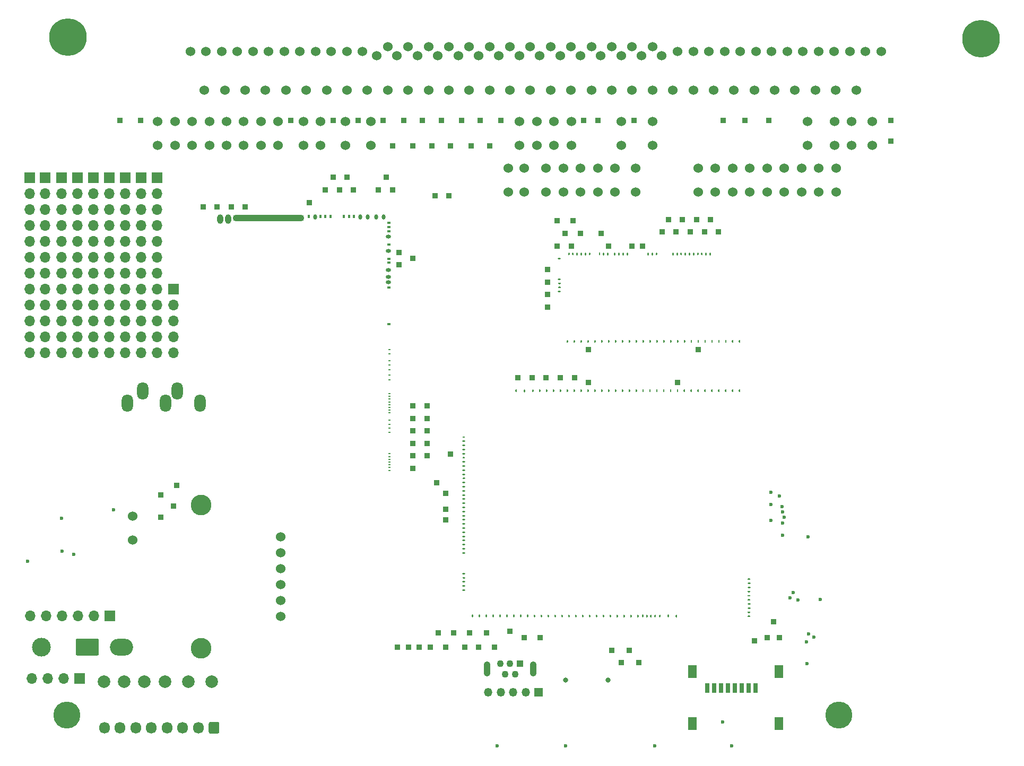
<source format=gbs>
G04 #@! TF.GenerationSoftware,KiCad,Pcbnew,(5.99.0-11247-g3f6811f413)*
G04 #@! TF.CreationDate,2021-08-16T14:08:07+03:00*
G04 #@! TF.ProjectId,hellen88bmw,68656c6c-656e-4383-9862-6d772e6b6963,rev?*
G04 #@! TF.SameCoordinates,PX3d1b110PY9269338*
G04 #@! TF.FileFunction,Soldermask,Bot*
G04 #@! TF.FilePolarity,Negative*
%FSLAX46Y46*%
G04 Gerber Fmt 4.6, Leading zero omitted, Abs format (unit mm)*
G04 Created by KiCad (PCBNEW (5.99.0-11247-g3f6811f413)) date 2021-08-16 14:08:07*
%MOMM*%
%LPD*%
G01*
G04 APERTURE LIST*
%ADD10C,6.000000*%
%ADD11C,1.524000*%
%ADD12R,1.700000X1.700000*%
%ADD13O,1.700000X1.700000*%
%ADD14C,4.300000*%
%ADD15R,0.850000X0.850000*%
%ADD16C,0.800000*%
%ADD17C,2.000000*%
%ADD18R,1.350000X1.350000*%
%ADD19O,1.350000X1.350000*%
%ADD20R,1.100000X1.100000*%
%ADD21C,1.100000*%
%ADD22O,1.100000X2.400000*%
%ADD23C,0.599999*%
%ADD24C,3.000000*%
%ADD25O,3.700000X2.700000*%
%ADD26O,1.700000X1.850000*%
%ADD27O,1.800000X2.800000*%
%ADD28C,3.302000*%
%ADD29O,1.000001X1.500000*%
%ADD30O,11.400000X1.100000*%
%ADD31O,0.399999X0.599999*%
%ADD32O,0.599999X0.800001*%
%ADD33O,0.599999X0.399999*%
%ADD34O,0.800001X0.599999*%
%ADD35O,0.399999X0.200000*%
%ADD36R,0.800000X1.500000*%
%ADD37R,1.450000X2.000000*%
G04 APERTURE END LIST*
D10*
G04 #@! TO.C,PP1*
X7632400Y113856400D03*
X153342400Y113606400D03*
D11*
X27142400Y111606400D03*
X32142400Y111606400D03*
X37142400Y111606400D03*
X42142400Y111606400D03*
X47142400Y111606400D03*
X52142400Y111606400D03*
X56892400Y110856400D03*
X60142400Y110856400D03*
X63392400Y110856400D03*
X66642400Y110856400D03*
X69892400Y110856400D03*
X73142400Y110856400D03*
X76392400Y110856400D03*
X79642400Y110856400D03*
X82892400Y110856400D03*
X86142400Y110856400D03*
X89392400Y110856400D03*
X92642400Y110856400D03*
X95892400Y110856400D03*
X99142400Y110856400D03*
X102392400Y110856400D03*
X107392400Y111606400D03*
X112392400Y111606400D03*
X117392400Y111606400D03*
X122392400Y111606400D03*
X127392400Y111606400D03*
X132392400Y111606400D03*
X137392400Y111606400D03*
X29642400Y111606400D03*
X34642400Y111606400D03*
X39642400Y111606400D03*
X44642400Y111606400D03*
X49642400Y111606400D03*
X54642400Y111606400D03*
X58642400Y112356400D03*
X61892400Y112356400D03*
X65142400Y112356400D03*
X68392400Y112356400D03*
X71642400Y112356400D03*
X74892400Y112356400D03*
X78142400Y112356400D03*
X81392400Y112356400D03*
X84642400Y112356400D03*
X87892400Y112356400D03*
X91142400Y112356400D03*
X94392400Y112356400D03*
X97642400Y112356400D03*
X100892400Y112356400D03*
X104892400Y111606400D03*
X109892400Y111606400D03*
X114892400Y111606400D03*
X119892400Y111606400D03*
X124892400Y111606400D03*
X129892400Y111606400D03*
X134892400Y111606400D03*
X29392400Y105356400D03*
X32642400Y105356400D03*
X35892400Y105356400D03*
X39142400Y105356400D03*
X42392400Y105356400D03*
X45642400Y105356400D03*
X48892400Y105356400D03*
X52142400Y105356400D03*
X55392400Y105356400D03*
X58642400Y105356400D03*
X61892400Y105356400D03*
X65142400Y105356400D03*
X68392400Y105356400D03*
X71642400Y105356400D03*
X74892400Y105356400D03*
X78142400Y105356400D03*
X81392400Y105356400D03*
X84642400Y105356400D03*
X87892400Y105356400D03*
X91142400Y105356400D03*
X94392400Y105356400D03*
X97642400Y105356400D03*
X100892400Y105356400D03*
X104142400Y105356400D03*
X107392400Y105356400D03*
X110642400Y105356400D03*
X113892400Y105356400D03*
X117142400Y105356400D03*
X120392400Y105356400D03*
X123642400Y105356400D03*
X126892400Y105356400D03*
X130142400Y105356400D03*
X133392400Y105356400D03*
G04 #@! TD*
G04 #@! TO.C,JP1*
X21926000Y100428000D03*
X21926000Y96618000D03*
G04 #@! TD*
G04 #@! TO.C,JP3*
X30176000Y100428000D03*
X30176000Y96618000D03*
G04 #@! TD*
G04 #@! TO.C,JP4*
X35676000Y100428000D03*
X35676000Y96618000D03*
G04 #@! TD*
G04 #@! TO.C,JP5*
X45176000Y100428000D03*
X45176000Y96618000D03*
G04 #@! TD*
G04 #@! TO.C,JP7*
X51926000Y100428000D03*
X51926000Y96618000D03*
G04 #@! TD*
G04 #@! TO.C,JP14*
X79676000Y100428000D03*
X79676000Y96618000D03*
G04 #@! TD*
G04 #@! TO.C,JP16*
X85176000Y100428000D03*
X85176000Y96618000D03*
G04 #@! TD*
G04 #@! TO.C,JP17*
X87926000Y100428000D03*
X87926000Y96618000D03*
G04 #@! TD*
G04 #@! TO.C,JP20*
X94926000Y92928000D03*
X94926000Y89118000D03*
G04 #@! TD*
G04 #@! TO.C,JP21*
X98176000Y92928000D03*
X98176000Y89118000D03*
G04 #@! TD*
G04 #@! TO.C,JP22*
X110926000Y92928000D03*
X110926000Y89118000D03*
G04 #@! TD*
G04 #@! TO.C,JP23*
X116426000Y92928000D03*
X116426000Y89118000D03*
G04 #@! TD*
G04 #@! TO.C,JP24*
X121926000Y92928000D03*
X121926000Y89118000D03*
G04 #@! TD*
G04 #@! TO.C,JP25*
X125676000Y100428000D03*
X125676000Y96618000D03*
G04 #@! TD*
G04 #@! TO.C,JP26*
X129926000Y100428000D03*
X129926000Y96618000D03*
G04 #@! TD*
G04 #@! TO.C,JP27*
X135926000Y100428000D03*
X135926000Y96618000D03*
G04 #@! TD*
G04 #@! TO.C,JP29*
X24676000Y100428000D03*
X24676000Y96618000D03*
G04 #@! TD*
G04 #@! TO.C,JP31*
X32926000Y100428000D03*
X32926000Y96618000D03*
G04 #@! TD*
G04 #@! TO.C,JP32*
X41176000Y100428000D03*
X41176000Y96618000D03*
G04 #@! TD*
G04 #@! TO.C,JP33*
X47926000Y100428000D03*
X47926000Y96618000D03*
G04 #@! TD*
G04 #@! TO.C,JP35*
X55926000Y100428000D03*
X55926000Y96618000D03*
G04 #@! TD*
G04 #@! TO.C,JP41*
X77926000Y92928000D03*
X77926000Y89118000D03*
G04 #@! TD*
G04 #@! TO.C,JP42*
X80426000Y92928000D03*
X80426000Y89118000D03*
G04 #@! TD*
G04 #@! TO.C,JP43*
X82426000Y100428000D03*
X82426000Y96618000D03*
G04 #@! TD*
G04 #@! TO.C,JP44*
X86676000Y92928000D03*
X86676000Y89118000D03*
G04 #@! TD*
G04 #@! TO.C,JP46*
X89426000Y92928000D03*
X89426000Y89118000D03*
G04 #@! TD*
G04 #@! TO.C,JP47*
X92176000Y92928000D03*
X92176000Y89118000D03*
G04 #@! TD*
G04 #@! TO.C,JP50*
X113676000Y92928000D03*
X113676000Y89118000D03*
G04 #@! TD*
G04 #@! TO.C,JP51*
X119176000Y92928000D03*
X119176000Y89118000D03*
G04 #@! TD*
G04 #@! TO.C,JP52*
X124676000Y92928000D03*
X124676000Y89118000D03*
G04 #@! TD*
G04 #@! TO.C,JP54*
X132676000Y100428000D03*
X132676000Y96618000D03*
G04 #@! TD*
G04 #@! TO.C,JP56*
X27426000Y100428000D03*
X27426000Y96618000D03*
G04 #@! TD*
G04 #@! TO.C,JP73*
X83926000Y92928000D03*
X83926000Y89118000D03*
G04 #@! TD*
G04 #@! TO.C,JP77*
X95926000Y100428000D03*
X95926000Y96618000D03*
G04 #@! TD*
G04 #@! TO.C,JP78*
X100926000Y100428000D03*
X100926000Y96618000D03*
G04 #@! TD*
G04 #@! TO.C,JP85*
X130176000Y92928000D03*
X130176000Y89118000D03*
G04 #@! TD*
G04 #@! TO.C,JP86*
X127426000Y92928000D03*
X127426000Y89118000D03*
G04 #@! TD*
G04 #@! TO.C,JP59*
X38426000Y100428000D03*
X38426000Y96618000D03*
G04 #@! TD*
G04 #@! TO.C,JP49*
X108176000Y92928000D03*
X108176000Y89118000D03*
G04 #@! TD*
D12*
G04 #@! TO.C,J4*
X24476000Y73653000D03*
D13*
X24476000Y71113000D03*
X24476000Y68573000D03*
X24476000Y66033000D03*
X24476000Y63493000D03*
G04 #@! TD*
D12*
G04 #@! TO.C,J5*
X1516000Y91433000D03*
D13*
X1516000Y88893000D03*
X1516000Y86353000D03*
X1516000Y83813000D03*
X1516000Y81273000D03*
X1516000Y78733000D03*
X1516000Y76193000D03*
X1516000Y73653000D03*
X1516000Y71113000D03*
X1516000Y68573000D03*
X1516000Y66033000D03*
X1516000Y63493000D03*
G04 #@! TD*
D12*
G04 #@! TO.C,J6*
X3976001Y91433000D03*
D13*
X3976001Y88893000D03*
X3976001Y86353000D03*
X3976001Y83813000D03*
X3976001Y81273000D03*
X3976001Y78733000D03*
X3976001Y76193000D03*
X3976001Y73653000D03*
X3976001Y71113000D03*
X3976001Y68573000D03*
X3976001Y66033000D03*
X3976001Y63493000D03*
G04 #@! TD*
D12*
G04 #@! TO.C,J7*
X6596000Y91433000D03*
D13*
X6596000Y88893000D03*
X6596000Y86353000D03*
X6596000Y83813000D03*
X6596000Y81273000D03*
X6596000Y78733000D03*
X6596000Y76193000D03*
X6596000Y73653000D03*
X6596000Y71113000D03*
X6596000Y68573000D03*
X6596000Y66033000D03*
X6596000Y63493000D03*
G04 #@! TD*
D12*
G04 #@! TO.C,J8*
X9136000Y91433000D03*
D13*
X9136000Y88893000D03*
X9136000Y86353000D03*
X9136000Y83813000D03*
X9136000Y81273000D03*
X9136000Y78733000D03*
X9136000Y76193000D03*
X9136000Y73653000D03*
X9136000Y71113000D03*
X9136000Y68573000D03*
X9136000Y66033000D03*
X9136000Y63493000D03*
G04 #@! TD*
D12*
G04 #@! TO.C,J9*
X11676000Y91433000D03*
D13*
X11676000Y88893000D03*
X11676000Y86353000D03*
X11676000Y83813000D03*
X11676000Y81273000D03*
X11676000Y78733000D03*
X11676000Y76193000D03*
X11676000Y73653000D03*
X11676000Y71113000D03*
X11676000Y68573000D03*
X11676000Y66033000D03*
X11676000Y63493000D03*
G04 #@! TD*
D12*
G04 #@! TO.C,J10*
X14216000Y91433000D03*
D13*
X14216000Y88893000D03*
X14216000Y86353000D03*
X14216000Y83813000D03*
X14216000Y81273000D03*
X14216000Y78733000D03*
X14216000Y76193000D03*
X14216000Y73653000D03*
X14216000Y71113000D03*
X14216000Y68573000D03*
X14216000Y66033000D03*
X14216000Y63493000D03*
G04 #@! TD*
D12*
G04 #@! TO.C,J11*
X16756000Y91433000D03*
D13*
X16756000Y88893000D03*
X16756000Y86353000D03*
X16756000Y83813000D03*
X16756000Y81273000D03*
X16756000Y78733000D03*
X16756000Y76193000D03*
X16756000Y73653000D03*
X16756000Y71113000D03*
X16756000Y68573000D03*
X16756000Y66033000D03*
X16756000Y63493000D03*
G04 #@! TD*
D12*
G04 #@! TO.C,J12*
X19296000Y91433000D03*
D13*
X19296000Y88893000D03*
X19296000Y86353000D03*
X19296000Y83813000D03*
X19296000Y81273000D03*
X19296000Y78733000D03*
X19296000Y76193000D03*
X19296000Y73653000D03*
X19296000Y71113000D03*
X19296000Y68573000D03*
X19296000Y66033000D03*
X19296000Y63493000D03*
G04 #@! TD*
D12*
G04 #@! TO.C,J13*
X21836000Y91433000D03*
D13*
X21836000Y88893000D03*
X21836000Y86353000D03*
X21836000Y83813000D03*
X21836000Y81273000D03*
X21836000Y78733000D03*
X21836000Y76193000D03*
X21836000Y73653000D03*
X21836000Y71113000D03*
X21836000Y68573000D03*
X21836000Y66033000D03*
X21836000Y63493000D03*
G04 #@! TD*
D14*
G04 #@! TO.C,H1*
X130622000Y5663000D03*
G04 #@! TD*
G04 #@! TO.C,H2*
X7432000Y5663000D03*
G04 #@! TD*
D15*
G04 #@! TO.C,VOUT18*
X52176000Y91474215D03*
G04 #@! TD*
G04 #@! TO.C,VOUT27*
X66426000Y42773000D03*
G04 #@! TD*
G04 #@! TO.C,VIN16*
X84176000Y76773000D03*
G04 #@! TD*
G04 #@! TO.C,VOUT20*
X46176000Y87474215D03*
G04 #@! TD*
G04 #@! TO.C,VOUT1*
X60426000Y77523000D03*
G04 #@! TD*
G04 #@! TO.C,MMCU14*
X67926000Y36773000D03*
G04 #@! TD*
G04 #@! TO.C,VIN14*
X99346002Y80520316D03*
G04 #@! TD*
G04 #@! TO.C,MMCU4*
X119176000Y18023000D03*
G04 #@! TD*
G04 #@! TO.C,MMCU31*
X60176000Y16523000D03*
G04 #@! TD*
G04 #@! TO.C,cr8*
X15926000Y100523000D03*
G04 #@! TD*
D16*
G04 #@! TO.C,SW2*
X93807250Y11216750D03*
G04 #@! TD*
D15*
G04 #@! TO.C,MMCU28*
X66676000Y18773000D03*
G04 #@! TD*
G04 #@! TO.C,VOUT10*
X62676000Y51023000D03*
G04 #@! TD*
G04 #@! TO.C,cr1*
X70426000Y100523000D03*
G04 #@! TD*
G04 #@! TO.C,MMCU30*
X63676000Y16523000D03*
G04 #@! TD*
G04 #@! TO.C,MMCU18*
X65426000Y16523000D03*
G04 #@! TD*
G04 #@! TO.C,VIN11*
X85676000Y84523000D03*
G04 #@! TD*
G04 #@! TO.C,VIN4*
X106926000Y82773000D03*
G04 #@! TD*
G04 #@! TO.C,cr11*
X67176000Y100523000D03*
G04 #@! TD*
D17*
G04 #@! TO.C,P3*
X23090213Y11023000D03*
G04 #@! TD*
D15*
G04 #@! TO.C,MMCU9*
X74426000Y18773000D03*
G04 #@! TD*
G04 #@! TO.C,VIN6*
X84176000Y70773000D03*
G04 #@! TD*
G04 #@! TO.C,VOUT5*
X48676000Y89474215D03*
G04 #@! TD*
G04 #@! TO.C,VIN19*
X107926000Y84773000D03*
G04 #@! TD*
G04 #@! TO.C,KNOCK_RAW2*
X74926000Y96523000D03*
G04 #@! TD*
G04 #@! TO.C,MMCU2*
X120176000Y20523000D03*
G04 #@! TD*
G04 #@! TO.C,VIN18*
X93926000Y80523000D03*
G04 #@! TD*
G04 #@! TO.C,MMCU7*
X78176000Y19023000D03*
G04 #@! TD*
D18*
G04 #@! TO.C,J2*
X82676000Y9273000D03*
D19*
X80676000Y9273000D03*
X78676000Y9273000D03*
X76676000Y9273000D03*
X74676000Y9273000D03*
G04 #@! TD*
G04 #@! TO.C,M7*
G36*
G01*
X85900998Y73366793D02*
X86150998Y73366793D01*
G75*
G02*
X86275998Y73241793I0J-125000D01*
G01*
X86275998Y73241793D01*
G75*
G02*
X86150998Y73116793I-125000J0D01*
G01*
X85900998Y73116793D01*
G75*
G02*
X85775998Y73241793I0J125000D01*
G01*
X85775998Y73241793D01*
G75*
G02*
X85900998Y73366793I125000J0D01*
G01*
G37*
G36*
G01*
X85900998Y74026794D02*
X86150998Y74026794D01*
G75*
G02*
X86275998Y73901794I0J-125000D01*
G01*
X86275998Y73901794D01*
G75*
G02*
X86150998Y73776794I-125000J0D01*
G01*
X85900998Y73776794D01*
G75*
G02*
X85775998Y73901794I0J125000D01*
G01*
X85775998Y73901794D01*
G75*
G02*
X85900998Y74026794I125000J0D01*
G01*
G37*
G36*
G01*
X85900998Y74686795D02*
X86150998Y74686795D01*
G75*
G02*
X86275998Y74561795I0J-125000D01*
G01*
X86275998Y74561795D01*
G75*
G02*
X86150998Y74436795I-125000J0D01*
G01*
X85900998Y74436795D01*
G75*
G02*
X85775998Y74561795I0J125000D01*
G01*
X85775998Y74561795D01*
G75*
G02*
X85900998Y74686795I125000J0D01*
G01*
G37*
G36*
G01*
X85900998Y75346796D02*
X86150998Y75346796D01*
G75*
G02*
X86275998Y75221796I0J-125000D01*
G01*
X86275998Y75221796D01*
G75*
G02*
X86150998Y75096796I-125000J0D01*
G01*
X85900998Y75096796D01*
G75*
G02*
X85775998Y75221796I0J125000D01*
G01*
X85775998Y75221796D01*
G75*
G02*
X85900998Y75346796I125000J0D01*
G01*
G37*
G36*
G01*
X85900998Y78646803D02*
X86150998Y78646803D01*
G75*
G02*
X86275998Y78521803I0J-125000D01*
G01*
X86275998Y78521803D01*
G75*
G02*
X86150998Y78396803I-125000J0D01*
G01*
X85900998Y78396803D01*
G75*
G02*
X85775998Y78521803I0J125000D01*
G01*
X85775998Y78521803D01*
G75*
G02*
X85900998Y78646803I125000J0D01*
G01*
G37*
G36*
G01*
X114671000Y65148000D02*
X114671000Y65398000D01*
G75*
G02*
X114796000Y65523000I125000J0D01*
G01*
X114796000Y65523000D01*
G75*
G02*
X114921000Y65398000I0J-125000D01*
G01*
X114921000Y65148000D01*
G75*
G02*
X114796000Y65023000I-125000J0D01*
G01*
X114796000Y65023000D01*
G75*
G02*
X114671000Y65148000I0J125000D01*
G01*
G37*
G36*
G01*
X113820996Y65398000D02*
X113820996Y65148000D01*
G75*
G02*
X113695996Y65023000I-125000J0D01*
G01*
X113695996Y65023000D01*
G75*
G02*
X113570996Y65148000I0J125000D01*
G01*
X113570996Y65398000D01*
G75*
G02*
X113695996Y65523000I125000J0D01*
G01*
X113695996Y65523000D01*
G75*
G02*
X113820996Y65398000I0J-125000D01*
G01*
G37*
G36*
G01*
X112720995Y65398000D02*
X112720995Y65148000D01*
G75*
G02*
X112595995Y65023000I-125000J0D01*
G01*
X112595995Y65023000D01*
G75*
G02*
X112470995Y65148000I0J125000D01*
G01*
X112470995Y65398000D01*
G75*
G02*
X112595995Y65523000I125000J0D01*
G01*
X112595995Y65523000D01*
G75*
G02*
X112720995Y65398000I0J-125000D01*
G01*
G37*
G36*
G01*
X111620998Y65398000D02*
X111620998Y65148000D01*
G75*
G02*
X111495998Y65023000I-125000J0D01*
G01*
X111495998Y65023000D01*
G75*
G02*
X111370998Y65148000I0J125000D01*
G01*
X111370998Y65398000D01*
G75*
G02*
X111495998Y65523000I125000J0D01*
G01*
X111495998Y65523000D01*
G75*
G02*
X111620998Y65398000I0J-125000D01*
G01*
G37*
G36*
G01*
X110521000Y65398000D02*
X110521000Y65148000D01*
G75*
G02*
X110396000Y65023000I-125000J0D01*
G01*
X110396000Y65023000D01*
G75*
G02*
X110271000Y65148000I0J125000D01*
G01*
X110271000Y65398000D01*
G75*
G02*
X110396000Y65523000I125000J0D01*
G01*
X110396000Y65523000D01*
G75*
G02*
X110521000Y65398000I0J-125000D01*
G01*
G37*
G36*
G01*
X109421002Y65398000D02*
X109421002Y65148000D01*
G75*
G02*
X109296002Y65023000I-125000J0D01*
G01*
X109296002Y65023000D01*
G75*
G02*
X109171002Y65148000I0J125000D01*
G01*
X109171002Y65398000D01*
G75*
G02*
X109296002Y65523000I125000J0D01*
G01*
X109296002Y65523000D01*
G75*
G02*
X109421002Y65398000I0J-125000D01*
G01*
G37*
G36*
G01*
X108321004Y65398000D02*
X108321004Y65148000D01*
G75*
G02*
X108196004Y65023000I-125000J0D01*
G01*
X108196004Y65023000D01*
G75*
G02*
X108071004Y65148000I0J125000D01*
G01*
X108071004Y65398000D01*
G75*
G02*
X108196004Y65523000I125000J0D01*
G01*
X108196004Y65523000D01*
G75*
G02*
X108321004Y65398000I0J-125000D01*
G01*
G37*
G36*
G01*
X107221006Y65398000D02*
X107221006Y65148000D01*
G75*
G02*
X107096006Y65023000I-125000J0D01*
G01*
X107096006Y65023000D01*
G75*
G02*
X106971006Y65148000I0J125000D01*
G01*
X106971006Y65398000D01*
G75*
G02*
X107096006Y65523000I125000J0D01*
G01*
X107096006Y65523000D01*
G75*
G02*
X107221006Y65398000I0J-125000D01*
G01*
G37*
G36*
G01*
X106121009Y65398000D02*
X106121009Y65148000D01*
G75*
G02*
X105996009Y65023000I-125000J0D01*
G01*
X105996009Y65023000D01*
G75*
G02*
X105871009Y65148000I0J125000D01*
G01*
X105871009Y65398000D01*
G75*
G02*
X105996009Y65523000I125000J0D01*
G01*
X105996009Y65523000D01*
G75*
G02*
X106121009Y65398000I0J-125000D01*
G01*
G37*
G36*
G01*
X105021011Y65398000D02*
X105021011Y65148000D01*
G75*
G02*
X104896011Y65023000I-125000J0D01*
G01*
X104896011Y65023000D01*
G75*
G02*
X104771011Y65148000I0J125000D01*
G01*
X104771011Y65398000D01*
G75*
G02*
X104896011Y65523000I125000J0D01*
G01*
X104896011Y65523000D01*
G75*
G02*
X105021011Y65398000I0J-125000D01*
G01*
G37*
G36*
G01*
X103921013Y65398000D02*
X103921013Y65148000D01*
G75*
G02*
X103796013Y65023000I-125000J0D01*
G01*
X103796013Y65023000D01*
G75*
G02*
X103671013Y65148000I0J125000D01*
G01*
X103671013Y65398000D01*
G75*
G02*
X103796013Y65523000I125000J0D01*
G01*
X103796013Y65523000D01*
G75*
G02*
X103921013Y65398000I0J-125000D01*
G01*
G37*
G36*
G01*
X102821015Y65398000D02*
X102821015Y65148000D01*
G75*
G02*
X102696015Y65023000I-125000J0D01*
G01*
X102696015Y65023000D01*
G75*
G02*
X102571015Y65148000I0J125000D01*
G01*
X102571015Y65398000D01*
G75*
G02*
X102696015Y65523000I125000J0D01*
G01*
X102696015Y65523000D01*
G75*
G02*
X102821015Y65398000I0J-125000D01*
G01*
G37*
G36*
G01*
X101721017Y65398000D02*
X101721017Y65148000D01*
G75*
G02*
X101596017Y65023000I-125000J0D01*
G01*
X101596017Y65023000D01*
G75*
G02*
X101471017Y65148000I0J125000D01*
G01*
X101471017Y65398000D01*
G75*
G02*
X101596017Y65523000I125000J0D01*
G01*
X101596017Y65523000D01*
G75*
G02*
X101721017Y65398000I0J-125000D01*
G01*
G37*
G36*
G01*
X100621020Y65398000D02*
X100621020Y65148000D01*
G75*
G02*
X100496020Y65023000I-125000J0D01*
G01*
X100496020Y65023000D01*
G75*
G02*
X100371020Y65148000I0J125000D01*
G01*
X100371020Y65398000D01*
G75*
G02*
X100496020Y65523000I125000J0D01*
G01*
X100496020Y65523000D01*
G75*
G02*
X100621020Y65398000I0J-125000D01*
G01*
G37*
G36*
G01*
X99521022Y65398000D02*
X99521022Y65148000D01*
G75*
G02*
X99396022Y65023000I-125000J0D01*
G01*
X99396022Y65023000D01*
G75*
G02*
X99271022Y65148000I0J125000D01*
G01*
X99271022Y65398000D01*
G75*
G02*
X99396022Y65523000I125000J0D01*
G01*
X99396022Y65523000D01*
G75*
G02*
X99521022Y65398000I0J-125000D01*
G01*
G37*
G36*
G01*
X98421024Y65398000D02*
X98421024Y65148000D01*
G75*
G02*
X98296024Y65023000I-125000J0D01*
G01*
X98296024Y65023000D01*
G75*
G02*
X98171024Y65148000I0J125000D01*
G01*
X98171024Y65398000D01*
G75*
G02*
X98296024Y65523000I125000J0D01*
G01*
X98296024Y65523000D01*
G75*
G02*
X98421024Y65398000I0J-125000D01*
G01*
G37*
G36*
G01*
X97321026Y65398000D02*
X97321026Y65148000D01*
G75*
G02*
X97196026Y65023000I-125000J0D01*
G01*
X97196026Y65023000D01*
G75*
G02*
X97071026Y65148000I0J125000D01*
G01*
X97071026Y65398000D01*
G75*
G02*
X97196026Y65523000I125000J0D01*
G01*
X97196026Y65523000D01*
G75*
G02*
X97321026Y65398000I0J-125000D01*
G01*
G37*
G36*
G01*
X96221028Y65398000D02*
X96221028Y65148000D01*
G75*
G02*
X96096028Y65023000I-125000J0D01*
G01*
X96096028Y65023000D01*
G75*
G02*
X95971028Y65148000I0J125000D01*
G01*
X95971028Y65398000D01*
G75*
G02*
X96096028Y65523000I125000J0D01*
G01*
X96096028Y65523000D01*
G75*
G02*
X96221028Y65398000I0J-125000D01*
G01*
G37*
G36*
G01*
X95121031Y65398000D02*
X95121031Y65148000D01*
G75*
G02*
X94996031Y65023000I-125000J0D01*
G01*
X94996031Y65023000D01*
G75*
G02*
X94871031Y65148000I0J125000D01*
G01*
X94871031Y65398000D01*
G75*
G02*
X94996031Y65523000I125000J0D01*
G01*
X94996031Y65523000D01*
G75*
G02*
X95121031Y65398000I0J-125000D01*
G01*
G37*
G36*
G01*
X94021033Y65398000D02*
X94021033Y65148000D01*
G75*
G02*
X93896033Y65023000I-125000J0D01*
G01*
X93896033Y65023000D01*
G75*
G02*
X93771033Y65148000I0J125000D01*
G01*
X93771033Y65398000D01*
G75*
G02*
X93896033Y65523000I125000J0D01*
G01*
X93896033Y65523000D01*
G75*
G02*
X94021033Y65398000I0J-125000D01*
G01*
G37*
G36*
G01*
X92921035Y65398000D02*
X92921035Y65148000D01*
G75*
G02*
X92796035Y65023000I-125000J0D01*
G01*
X92796035Y65023000D01*
G75*
G02*
X92671035Y65148000I0J125000D01*
G01*
X92671035Y65398000D01*
G75*
G02*
X92796035Y65523000I125000J0D01*
G01*
X92796035Y65523000D01*
G75*
G02*
X92921035Y65398000I0J-125000D01*
G01*
G37*
G36*
G01*
X91821037Y65398000D02*
X91821037Y65148000D01*
G75*
G02*
X91696037Y65023000I-125000J0D01*
G01*
X91696037Y65023000D01*
G75*
G02*
X91571037Y65148000I0J125000D01*
G01*
X91571037Y65398000D01*
G75*
G02*
X91696037Y65523000I125000J0D01*
G01*
X91696037Y65523000D01*
G75*
G02*
X91821037Y65398000I0J-125000D01*
G01*
G37*
G36*
G01*
X90721039Y65398000D02*
X90721039Y65148000D01*
G75*
G02*
X90596039Y65023000I-125000J0D01*
G01*
X90596039Y65023000D01*
G75*
G02*
X90471039Y65148000I0J125000D01*
G01*
X90471039Y65398000D01*
G75*
G02*
X90596039Y65523000I125000J0D01*
G01*
X90596039Y65523000D01*
G75*
G02*
X90721039Y65398000I0J-125000D01*
G01*
G37*
G36*
G01*
X89621042Y65398000D02*
X89621042Y65148000D01*
G75*
G02*
X89496042Y65023000I-125000J0D01*
G01*
X89496042Y65023000D01*
G75*
G02*
X89371042Y65148000I0J125000D01*
G01*
X89371042Y65398000D01*
G75*
G02*
X89496042Y65523000I125000J0D01*
G01*
X89496042Y65523000D01*
G75*
G02*
X89621042Y65398000I0J-125000D01*
G01*
G37*
G36*
G01*
X88521044Y65398000D02*
X88521044Y65148000D01*
G75*
G02*
X88396044Y65023000I-125000J0D01*
G01*
X88396044Y65023000D01*
G75*
G02*
X88271044Y65148000I0J125000D01*
G01*
X88271044Y65398000D01*
G75*
G02*
X88396044Y65523000I125000J0D01*
G01*
X88396044Y65523000D01*
G75*
G02*
X88521044Y65398000I0J-125000D01*
G01*
G37*
G36*
G01*
X87421046Y65398000D02*
X87421046Y65148000D01*
G75*
G02*
X87296046Y65023000I-125000J0D01*
G01*
X87296046Y65023000D01*
G75*
G02*
X87171046Y65148000I0J125000D01*
G01*
X87171046Y65398000D01*
G75*
G02*
X87296046Y65523000I125000J0D01*
G01*
X87296046Y65523000D01*
G75*
G02*
X87421046Y65398000I0J-125000D01*
G01*
G37*
G36*
G01*
X87671990Y79359999D02*
X87671990Y79109999D01*
G75*
G02*
X87546990Y78984999I-125000J0D01*
G01*
X87546990Y78984999D01*
G75*
G02*
X87421990Y79109999I0J125000D01*
G01*
X87421990Y79359999D01*
G75*
G02*
X87546990Y79484999I125000J0D01*
G01*
X87546990Y79484999D01*
G75*
G02*
X87671990Y79359999I0J-125000D01*
G01*
G37*
G36*
G01*
X88331992Y79359999D02*
X88331992Y79109999D01*
G75*
G02*
X88206992Y78984999I-125000J0D01*
G01*
X88206992Y78984999D01*
G75*
G02*
X88081992Y79109999I0J125000D01*
G01*
X88081992Y79359999D01*
G75*
G02*
X88206992Y79484999I125000J0D01*
G01*
X88206992Y79484999D01*
G75*
G02*
X88331992Y79359999I0J-125000D01*
G01*
G37*
G36*
G01*
X88991993Y79359999D02*
X88991993Y79109999D01*
G75*
G02*
X88866993Y78984999I-125000J0D01*
G01*
X88866993Y78984999D01*
G75*
G02*
X88741993Y79109999I0J125000D01*
G01*
X88741993Y79359999D01*
G75*
G02*
X88866993Y79484999I125000J0D01*
G01*
X88866993Y79484999D01*
G75*
G02*
X88991993Y79359999I0J-125000D01*
G01*
G37*
G36*
G01*
X89651994Y79359999D02*
X89651994Y79109999D01*
G75*
G02*
X89526994Y78984999I-125000J0D01*
G01*
X89526994Y78984999D01*
G75*
G02*
X89401994Y79109999I0J125000D01*
G01*
X89401994Y79359999D01*
G75*
G02*
X89526994Y79484999I125000J0D01*
G01*
X89526994Y79484999D01*
G75*
G02*
X89651994Y79359999I0J-125000D01*
G01*
G37*
G36*
G01*
X90311995Y79359999D02*
X90311995Y79109999D01*
G75*
G02*
X90186995Y78984999I-125000J0D01*
G01*
X90186995Y78984999D01*
G75*
G02*
X90061995Y79109999I0J125000D01*
G01*
X90061995Y79359999D01*
G75*
G02*
X90186995Y79484999I125000J0D01*
G01*
X90186995Y79484999D01*
G75*
G02*
X90311995Y79359999I0J-125000D01*
G01*
G37*
G36*
G01*
X90971997Y79359999D02*
X90971997Y79109999D01*
G75*
G02*
X90846997Y78984999I-125000J0D01*
G01*
X90846997Y78984999D01*
G75*
G02*
X90721997Y79109999I0J125000D01*
G01*
X90721997Y79359999D01*
G75*
G02*
X90846997Y79484999I125000J0D01*
G01*
X90846997Y79484999D01*
G75*
G02*
X90971997Y79359999I0J-125000D01*
G01*
G37*
G36*
G01*
X92572994Y79359999D02*
X92572994Y79109999D01*
G75*
G02*
X92447994Y78984999I-125000J0D01*
G01*
X92447994Y78984999D01*
G75*
G02*
X92322994Y79109999I0J125000D01*
G01*
X92322994Y79359999D01*
G75*
G02*
X92447994Y79484999I125000J0D01*
G01*
X92447994Y79484999D01*
G75*
G02*
X92572994Y79359999I0J-125000D01*
G01*
G37*
G36*
G01*
X93232995Y79359999D02*
X93232995Y79109999D01*
G75*
G02*
X93107995Y78984999I-125000J0D01*
G01*
X93107995Y78984999D01*
G75*
G02*
X92982995Y79109999I0J125000D01*
G01*
X92982995Y79359999D01*
G75*
G02*
X93107995Y79484999I125000J0D01*
G01*
X93107995Y79484999D01*
G75*
G02*
X93232995Y79359999I0J-125000D01*
G01*
G37*
G36*
G01*
X93892997Y79359999D02*
X93892997Y79109999D01*
G75*
G02*
X93767997Y78984999I-125000J0D01*
G01*
X93767997Y78984999D01*
G75*
G02*
X93642997Y79109999I0J125000D01*
G01*
X93642997Y79359999D01*
G75*
G02*
X93767997Y79484999I125000J0D01*
G01*
X93767997Y79484999D01*
G75*
G02*
X93892997Y79359999I0J-125000D01*
G01*
G37*
G36*
G01*
X95013896Y79359999D02*
X95013896Y79109999D01*
G75*
G02*
X94888896Y78984999I-125000J0D01*
G01*
X94888896Y78984999D01*
G75*
G02*
X94763896Y79109999I0J125000D01*
G01*
X94763896Y79359999D01*
G75*
G02*
X94888896Y79484999I125000J0D01*
G01*
X94888896Y79484999D01*
G75*
G02*
X95013896Y79359999I0J-125000D01*
G01*
G37*
G36*
G01*
X95673897Y79359999D02*
X95673897Y79109999D01*
G75*
G02*
X95548897Y78984999I-125000J0D01*
G01*
X95548897Y78984999D01*
G75*
G02*
X95423897Y79109999I0J125000D01*
G01*
X95423897Y79359999D01*
G75*
G02*
X95548897Y79484999I125000J0D01*
G01*
X95548897Y79484999D01*
G75*
G02*
X95673897Y79359999I0J-125000D01*
G01*
G37*
G36*
G01*
X96333898Y79359999D02*
X96333898Y79109999D01*
G75*
G02*
X96208898Y78984999I-125000J0D01*
G01*
X96208898Y78984999D01*
G75*
G02*
X96083898Y79109999I0J125000D01*
G01*
X96083898Y79359999D01*
G75*
G02*
X96208898Y79484999I125000J0D01*
G01*
X96208898Y79484999D01*
G75*
G02*
X96333898Y79359999I0J-125000D01*
G01*
G37*
G36*
G01*
X96993900Y79359999D02*
X96993900Y79109999D01*
G75*
G02*
X96868900Y78984999I-125000J0D01*
G01*
X96868900Y78984999D01*
G75*
G02*
X96743900Y79109999I0J125000D01*
G01*
X96743900Y79359999D01*
G75*
G02*
X96868900Y79484999I125000J0D01*
G01*
X96868900Y79484999D01*
G75*
G02*
X96993900Y79359999I0J-125000D01*
G01*
G37*
G36*
G01*
X100319994Y79359999D02*
X100319994Y79109999D01*
G75*
G02*
X100194994Y78984999I-125000J0D01*
G01*
X100194994Y78984999D01*
G75*
G02*
X100069994Y79109999I0J125000D01*
G01*
X100069994Y79359999D01*
G75*
G02*
X100194994Y79484999I125000J0D01*
G01*
X100194994Y79484999D01*
G75*
G02*
X100319994Y79359999I0J-125000D01*
G01*
G37*
G36*
G01*
X100979995Y79359999D02*
X100979995Y79109999D01*
G75*
G02*
X100854995Y78984999I-125000J0D01*
G01*
X100854995Y78984999D01*
G75*
G02*
X100729995Y79109999I0J125000D01*
G01*
X100729995Y79359999D01*
G75*
G02*
X100854995Y79484999I125000J0D01*
G01*
X100854995Y79484999D01*
G75*
G02*
X100979995Y79359999I0J-125000D01*
G01*
G37*
G36*
G01*
X101639997Y79359999D02*
X101639997Y79109999D01*
G75*
G02*
X101514997Y78984999I-125000J0D01*
G01*
X101514997Y78984999D01*
G75*
G02*
X101389997Y79109999I0J125000D01*
G01*
X101389997Y79359999D01*
G75*
G02*
X101514997Y79484999I125000J0D01*
G01*
X101514997Y79484999D01*
G75*
G02*
X101639997Y79359999I0J-125000D01*
G01*
G37*
G36*
G01*
X104285988Y79359999D02*
X104285988Y79109999D01*
G75*
G02*
X104160988Y78984999I-125000J0D01*
G01*
X104160988Y78984999D01*
G75*
G02*
X104035988Y79109999I0J125000D01*
G01*
X104035988Y79359999D01*
G75*
G02*
X104160988Y79484999I125000J0D01*
G01*
X104160988Y79484999D01*
G75*
G02*
X104285988Y79359999I0J-125000D01*
G01*
G37*
G36*
G01*
X104945989Y79359999D02*
X104945989Y79109999D01*
G75*
G02*
X104820989Y78984999I-125000J0D01*
G01*
X104820989Y78984999D01*
G75*
G02*
X104695989Y79109999I0J125000D01*
G01*
X104695989Y79359999D01*
G75*
G02*
X104820989Y79484999I125000J0D01*
G01*
X104820989Y79484999D01*
G75*
G02*
X104945989Y79359999I0J-125000D01*
G01*
G37*
G36*
G01*
X105605991Y79359999D02*
X105605991Y79109999D01*
G75*
G02*
X105480991Y78984999I-125000J0D01*
G01*
X105480991Y78984999D01*
G75*
G02*
X105355991Y79109999I0J125000D01*
G01*
X105355991Y79359999D01*
G75*
G02*
X105480991Y79484999I125000J0D01*
G01*
X105480991Y79484999D01*
G75*
G02*
X105605991Y79359999I0J-125000D01*
G01*
G37*
G36*
G01*
X106265992Y79359999D02*
X106265992Y79109999D01*
G75*
G02*
X106140992Y78984999I-125000J0D01*
G01*
X106140992Y78984999D01*
G75*
G02*
X106015992Y79109999I0J125000D01*
G01*
X106015992Y79359999D01*
G75*
G02*
X106140992Y79484999I125000J0D01*
G01*
X106140992Y79484999D01*
G75*
G02*
X106265992Y79359999I0J-125000D01*
G01*
G37*
G36*
G01*
X106925993Y79359999D02*
X106925993Y79109999D01*
G75*
G02*
X106800993Y78984999I-125000J0D01*
G01*
X106800993Y78984999D01*
G75*
G02*
X106675993Y79109999I0J125000D01*
G01*
X106675993Y79359999D01*
G75*
G02*
X106800993Y79484999I125000J0D01*
G01*
X106800993Y79484999D01*
G75*
G02*
X106925993Y79359999I0J-125000D01*
G01*
G37*
G36*
G01*
X107585994Y79359999D02*
X107585994Y79109999D01*
G75*
G02*
X107460994Y78984999I-125000J0D01*
G01*
X107460994Y78984999D01*
G75*
G02*
X107335994Y79109999I0J125000D01*
G01*
X107335994Y79359999D01*
G75*
G02*
X107460994Y79484999I125000J0D01*
G01*
X107460994Y79484999D01*
G75*
G02*
X107585994Y79359999I0J-125000D01*
G01*
G37*
G36*
G01*
X108245996Y79359999D02*
X108245996Y79109999D01*
G75*
G02*
X108120996Y78984999I-125000J0D01*
G01*
X108120996Y78984999D01*
G75*
G02*
X107995996Y79109999I0J125000D01*
G01*
X107995996Y79359999D01*
G75*
G02*
X108120996Y79484999I125000J0D01*
G01*
X108120996Y79484999D01*
G75*
G02*
X108245996Y79359999I0J-125000D01*
G01*
G37*
G36*
G01*
X108905997Y79359999D02*
X108905997Y79109999D01*
G75*
G02*
X108780997Y78984999I-125000J0D01*
G01*
X108780997Y78984999D01*
G75*
G02*
X108655997Y79109999I0J125000D01*
G01*
X108655997Y79359999D01*
G75*
G02*
X108780997Y79484999I125000J0D01*
G01*
X108780997Y79484999D01*
G75*
G02*
X108905997Y79359999I0J-125000D01*
G01*
G37*
G36*
G01*
X109565998Y79359999D02*
X109565998Y79109999D01*
G75*
G02*
X109440998Y78984999I-125000J0D01*
G01*
X109440998Y78984999D01*
G75*
G02*
X109315998Y79109999I0J125000D01*
G01*
X109315998Y79359999D01*
G75*
G02*
X109440998Y79484999I125000J0D01*
G01*
X109440998Y79484999D01*
G75*
G02*
X109565998Y79359999I0J-125000D01*
G01*
G37*
G36*
G01*
X110226000Y79359999D02*
X110226000Y79109999D01*
G75*
G02*
X110101000Y78984999I-125000J0D01*
G01*
X110101000Y78984999D01*
G75*
G02*
X109976000Y79109999I0J125000D01*
G01*
X109976000Y79359999D01*
G75*
G02*
X110101000Y79484999I125000J0D01*
G01*
X110101000Y79484999D01*
G75*
G02*
X110226000Y79359999I0J-125000D01*
G01*
G37*
G04 #@! TD*
D15*
G04 #@! TO.C,MMCU10*
X73176000Y16523000D03*
G04 #@! TD*
G04 #@! TO.C,VIN15*
X97596002Y80520316D03*
G04 #@! TD*
G04 #@! TO.C,MMCU29*
X64926000Y51023000D03*
G04 #@! TD*
G04 #@! TO.C,VIN21*
X109176000Y82773000D03*
G04 #@! TD*
G04 #@! TO.C,MMCU15*
X61926000Y16523000D03*
G04 #@! TD*
G04 #@! TO.C,VIN7*
X90676000Y64023000D03*
G04 #@! TD*
G04 #@! TO.C,VOUT19*
X57176000Y89474215D03*
G04 #@! TD*
G04 #@! TO.C,MMCU17*
X104926000Y58773000D03*
G04 #@! TD*
G04 #@! TO.C,cr15*
X57926000Y100523000D03*
G04 #@! TD*
G04 #@! TO.C,MMCU8*
X75676000Y16523000D03*
G04 #@! TD*
G04 #@! TO.C,cr20*
X115676000Y100523000D03*
G04 #@! TD*
G04 #@! TO.C,VIN10*
X89426000Y82523000D03*
G04 #@! TD*
G04 #@! TO.C,MMCU5*
X82926000Y18023000D03*
G04 #@! TD*
G04 #@! TO.C,VIN17*
X84176000Y74773000D03*
G04 #@! TD*
G04 #@! TO.C,VIN25*
X105676000Y84773000D03*
G04 #@! TD*
G04 #@! TO.C,VOUT21*
X58426000Y91474215D03*
G04 #@! TD*
G04 #@! TO.C,VIN12*
X85676000Y80523000D03*
G04 #@! TD*
G04 #@! TO.C,MMCU39*
X64926000Y49023000D03*
G04 #@! TD*
G04 #@! TO.C,VOUT15*
X35926000Y86773000D03*
G04 #@! TD*
G04 #@! TO.C,VOUT3*
X59426000Y89474215D03*
G04 #@! TD*
G04 #@! TO.C,VOUT25*
X62676000Y53023000D03*
G04 #@! TD*
D20*
G04 #@! TO.C,J1*
X79776000Y13898000D03*
D21*
X78976000Y12148000D03*
X78176000Y13898000D03*
X77376000Y12148000D03*
X76576000Y13898000D03*
D22*
X81826000Y13023000D03*
X74526000Y13023000D03*
G04 #@! TD*
D15*
G04 #@! TO.C,VIN3*
X102426000Y82773000D03*
G04 #@! TD*
G04 #@! TO.C,cr13*
X49926000Y100523000D03*
G04 #@! TD*
G04 #@! TO.C,MMCU38*
X64926000Y53023000D03*
G04 #@! TD*
G04 #@! TO.C,cr2*
X73426000Y100523000D03*
G04 #@! TD*
G04 #@! TO.C,cr3*
X76676000Y100523000D03*
G04 #@! TD*
D23*
G04 #@! TO.C,M4*
X125800998Y18648001D03*
X126676000Y18123001D03*
X125500996Y17373003D03*
X125575999Y13823002D03*
G04 #@! TD*
D17*
G04 #@! TO.C,P5*
X16590213Y11023000D03*
G04 #@! TD*
D15*
G04 #@! TO.C,VIN8*
X86926000Y82523000D03*
G04 #@! TD*
D17*
G04 #@! TO.C,P2*
X26840213Y11023000D03*
G04 #@! TD*
G04 #@! TO.C,M11*
G36*
G01*
X70649002Y25723002D02*
X70899002Y25723002D01*
G75*
G02*
X71024002Y25598002I0J-125000D01*
G01*
X71024002Y25598002D01*
G75*
G02*
X70899002Y25473002I-125000J0D01*
G01*
X70649002Y25473002D01*
G75*
G02*
X70524002Y25598002I0J125000D01*
G01*
X70524002Y25598002D01*
G75*
G02*
X70649002Y25723002I125000J0D01*
G01*
G37*
G36*
G01*
X70899002Y26133000D02*
X70649002Y26133000D01*
G75*
G02*
X70524002Y26258000I0J125000D01*
G01*
X70524002Y26258000D01*
G75*
G02*
X70649002Y26383000I125000J0D01*
G01*
X70899002Y26383000D01*
G75*
G02*
X71024002Y26258000I0J-125000D01*
G01*
X71024002Y26258000D01*
G75*
G02*
X70899002Y26133000I-125000J0D01*
G01*
G37*
G36*
G01*
X70899002Y26793005D02*
X70649002Y26793005D01*
G75*
G02*
X70524002Y26918005I0J125000D01*
G01*
X70524002Y26918005D01*
G75*
G02*
X70649002Y27043005I125000J0D01*
G01*
X70899002Y27043005D01*
G75*
G02*
X71024002Y26918005I0J-125000D01*
G01*
X71024002Y26918005D01*
G75*
G02*
X70899002Y26793005I-125000J0D01*
G01*
G37*
G36*
G01*
X70899002Y27453000D02*
X70649002Y27453000D01*
G75*
G02*
X70524002Y27578000I0J125000D01*
G01*
X70524002Y27578000D01*
G75*
G02*
X70649002Y27703000I125000J0D01*
G01*
X70899002Y27703000D01*
G75*
G02*
X71024002Y27578000I0J-125000D01*
G01*
X71024002Y27578000D01*
G75*
G02*
X70899002Y27453000I-125000J0D01*
G01*
G37*
G36*
G01*
X70899002Y28113002D02*
X70649002Y28113002D01*
G75*
G02*
X70524002Y28238002I0J125000D01*
G01*
X70524002Y28238002D01*
G75*
G02*
X70649002Y28363002I125000J0D01*
G01*
X70899002Y28363002D01*
G75*
G02*
X71024002Y28238002I0J-125000D01*
G01*
X71024002Y28238002D01*
G75*
G02*
X70899002Y28113002I-125000J0D01*
G01*
G37*
G36*
G01*
X70899002Y31413003D02*
X70649002Y31413003D01*
G75*
G02*
X70524002Y31538003I0J125000D01*
G01*
X70524002Y31538003D01*
G75*
G02*
X70649002Y31663003I125000J0D01*
G01*
X70899002Y31663003D01*
G75*
G02*
X71024002Y31538003I0J-125000D01*
G01*
X71024002Y31538003D01*
G75*
G02*
X70899002Y31413003I-125000J0D01*
G01*
G37*
G36*
G01*
X70899002Y32073004D02*
X70649002Y32073004D01*
G75*
G02*
X70524002Y32198004I0J125000D01*
G01*
X70524002Y32198004D01*
G75*
G02*
X70649002Y32323004I125000J0D01*
G01*
X70899002Y32323004D01*
G75*
G02*
X71024002Y32198004I0J-125000D01*
G01*
X71024002Y32198004D01*
G75*
G02*
X70899002Y32073004I-125000J0D01*
G01*
G37*
G36*
G01*
X70899002Y32733006D02*
X70649002Y32733006D01*
G75*
G02*
X70524002Y32858006I0J125000D01*
G01*
X70524002Y32858006D01*
G75*
G02*
X70649002Y32983006I125000J0D01*
G01*
X70899002Y32983006D01*
G75*
G02*
X71024002Y32858006I0J-125000D01*
G01*
X71024002Y32858006D01*
G75*
G02*
X70899002Y32733006I-125000J0D01*
G01*
G37*
G36*
G01*
X70899002Y33393004D02*
X70649002Y33393004D01*
G75*
G02*
X70524002Y33518004I0J125000D01*
G01*
X70524002Y33518004D01*
G75*
G02*
X70649002Y33643004I125000J0D01*
G01*
X70899002Y33643004D01*
G75*
G02*
X71024002Y33518004I0J-125000D01*
G01*
X71024002Y33518004D01*
G75*
G02*
X70899002Y33393004I-125000J0D01*
G01*
G37*
G36*
G01*
X70899002Y34053006D02*
X70649002Y34053006D01*
G75*
G02*
X70524002Y34178006I0J125000D01*
G01*
X70524002Y34178006D01*
G75*
G02*
X70649002Y34303006I125000J0D01*
G01*
X70899002Y34303006D01*
G75*
G02*
X71024002Y34178006I0J-125000D01*
G01*
X71024002Y34178006D01*
G75*
G02*
X70899002Y34053006I-125000J0D01*
G01*
G37*
G36*
G01*
X70899002Y34713004D02*
X70649002Y34713004D01*
G75*
G02*
X70524002Y34838004I0J125000D01*
G01*
X70524002Y34838004D01*
G75*
G02*
X70649002Y34963004I125000J0D01*
G01*
X70899002Y34963004D01*
G75*
G02*
X71024002Y34838004I0J-125000D01*
G01*
X71024002Y34838004D01*
G75*
G02*
X70899002Y34713004I-125000J0D01*
G01*
G37*
G36*
G01*
X70899002Y35373005D02*
X70649002Y35373005D01*
G75*
G02*
X70524002Y35498005I0J125000D01*
G01*
X70524002Y35498005D01*
G75*
G02*
X70649002Y35623005I125000J0D01*
G01*
X70899002Y35623005D01*
G75*
G02*
X71024002Y35498005I0J-125000D01*
G01*
X71024002Y35498005D01*
G75*
G02*
X70899002Y35373005I-125000J0D01*
G01*
G37*
G36*
G01*
X70899002Y36033004D02*
X70649002Y36033004D01*
G75*
G02*
X70524002Y36158004I0J125000D01*
G01*
X70524002Y36158004D01*
G75*
G02*
X70649002Y36283004I125000J0D01*
G01*
X70899002Y36283004D01*
G75*
G02*
X71024002Y36158004I0J-125000D01*
G01*
X71024002Y36158004D01*
G75*
G02*
X70899002Y36033004I-125000J0D01*
G01*
G37*
G36*
G01*
X70899002Y36693005D02*
X70649002Y36693005D01*
G75*
G02*
X70524002Y36818005I0J125000D01*
G01*
X70524002Y36818005D01*
G75*
G02*
X70649002Y36943005I125000J0D01*
G01*
X70899002Y36943005D01*
G75*
G02*
X71024002Y36818005I0J-125000D01*
G01*
X71024002Y36818005D01*
G75*
G02*
X70899002Y36693005I-125000J0D01*
G01*
G37*
G36*
G01*
X70899002Y37353004D02*
X70649002Y37353004D01*
G75*
G02*
X70524002Y37478004I0J125000D01*
G01*
X70524002Y37478004D01*
G75*
G02*
X70649002Y37603004I125000J0D01*
G01*
X70899002Y37603004D01*
G75*
G02*
X71024002Y37478004I0J-125000D01*
G01*
X71024002Y37478004D01*
G75*
G02*
X70899002Y37353004I-125000J0D01*
G01*
G37*
G36*
G01*
X70899002Y38013005D02*
X70649002Y38013005D01*
G75*
G02*
X70524002Y38138005I0J125000D01*
G01*
X70524002Y38138005D01*
G75*
G02*
X70649002Y38263005I125000J0D01*
G01*
X70899002Y38263005D01*
G75*
G02*
X71024002Y38138005I0J-125000D01*
G01*
X71024002Y38138005D01*
G75*
G02*
X70899002Y38013005I-125000J0D01*
G01*
G37*
G36*
G01*
X70899002Y38673004D02*
X70649002Y38673004D01*
G75*
G02*
X70524002Y38798004I0J125000D01*
G01*
X70524002Y38798004D01*
G75*
G02*
X70649002Y38923004I125000J0D01*
G01*
X70899002Y38923004D01*
G75*
G02*
X71024002Y38798004I0J-125000D01*
G01*
X71024002Y38798004D01*
G75*
G02*
X70899002Y38673004I-125000J0D01*
G01*
G37*
G36*
G01*
X70899002Y39333005D02*
X70649002Y39333005D01*
G75*
G02*
X70524002Y39458005I0J125000D01*
G01*
X70524002Y39458005D01*
G75*
G02*
X70649002Y39583005I125000J0D01*
G01*
X70899002Y39583005D01*
G75*
G02*
X71024002Y39458005I0J-125000D01*
G01*
X71024002Y39458005D01*
G75*
G02*
X70899002Y39333005I-125000J0D01*
G01*
G37*
G36*
G01*
X70899002Y39993004D02*
X70649002Y39993004D01*
G75*
G02*
X70524002Y40118004I0J125000D01*
G01*
X70524002Y40118004D01*
G75*
G02*
X70649002Y40243004I125000J0D01*
G01*
X70899002Y40243004D01*
G75*
G02*
X71024002Y40118004I0J-125000D01*
G01*
X71024002Y40118004D01*
G75*
G02*
X70899002Y39993004I-125000J0D01*
G01*
G37*
G36*
G01*
X70899002Y40653005D02*
X70649002Y40653005D01*
G75*
G02*
X70524002Y40778005I0J125000D01*
G01*
X70524002Y40778005D01*
G75*
G02*
X70649002Y40903005I125000J0D01*
G01*
X70899002Y40903005D01*
G75*
G02*
X71024002Y40778005I0J-125000D01*
G01*
X71024002Y40778005D01*
G75*
G02*
X70899002Y40653005I-125000J0D01*
G01*
G37*
G36*
G01*
X70899002Y41313004D02*
X70649002Y41313004D01*
G75*
G02*
X70524002Y41438004I0J125000D01*
G01*
X70524002Y41438004D01*
G75*
G02*
X70649002Y41563004I125000J0D01*
G01*
X70899002Y41563004D01*
G75*
G02*
X71024002Y41438004I0J-125000D01*
G01*
X71024002Y41438004D01*
G75*
G02*
X70899002Y41313004I-125000J0D01*
G01*
G37*
G36*
G01*
X70899002Y41973005D02*
X70649002Y41973005D01*
G75*
G02*
X70524002Y42098005I0J125000D01*
G01*
X70524002Y42098005D01*
G75*
G02*
X70649002Y42223005I125000J0D01*
G01*
X70899002Y42223005D01*
G75*
G02*
X71024002Y42098005I0J-125000D01*
G01*
X71024002Y42098005D01*
G75*
G02*
X70899002Y41973005I-125000J0D01*
G01*
G37*
G36*
G01*
X70899002Y42633004D02*
X70649002Y42633004D01*
G75*
G02*
X70524002Y42758004I0J125000D01*
G01*
X70524002Y42758004D01*
G75*
G02*
X70649002Y42883004I125000J0D01*
G01*
X70899002Y42883004D01*
G75*
G02*
X71024002Y42758004I0J-125000D01*
G01*
X71024002Y42758004D01*
G75*
G02*
X70899002Y42633004I-125000J0D01*
G01*
G37*
G36*
G01*
X70899002Y43293005D02*
X70649002Y43293005D01*
G75*
G02*
X70524002Y43418005I0J125000D01*
G01*
X70524002Y43418005D01*
G75*
G02*
X70649002Y43543005I125000J0D01*
G01*
X70899002Y43543005D01*
G75*
G02*
X71024002Y43418005I0J-125000D01*
G01*
X71024002Y43418005D01*
G75*
G02*
X70899002Y43293005I-125000J0D01*
G01*
G37*
G36*
G01*
X70899002Y43953004D02*
X70649002Y43953004D01*
G75*
G02*
X70524002Y44078004I0J125000D01*
G01*
X70524002Y44078004D01*
G75*
G02*
X70649002Y44203004I125000J0D01*
G01*
X70899002Y44203004D01*
G75*
G02*
X71024002Y44078004I0J-125000D01*
G01*
X71024002Y44078004D01*
G75*
G02*
X70899002Y43953004I-125000J0D01*
G01*
G37*
G36*
G01*
X70899002Y44613005D02*
X70649002Y44613005D01*
G75*
G02*
X70524002Y44738005I0J125000D01*
G01*
X70524002Y44738005D01*
G75*
G02*
X70649002Y44863005I125000J0D01*
G01*
X70899002Y44863005D01*
G75*
G02*
X71024002Y44738005I0J-125000D01*
G01*
X71024002Y44738005D01*
G75*
G02*
X70899002Y44613005I-125000J0D01*
G01*
G37*
G36*
G01*
X70899002Y45273003D02*
X70649002Y45273003D01*
G75*
G02*
X70524002Y45398003I0J125000D01*
G01*
X70524002Y45398003D01*
G75*
G02*
X70649002Y45523003I125000J0D01*
G01*
X70899002Y45523003D01*
G75*
G02*
X71024002Y45398003I0J-125000D01*
G01*
X71024002Y45398003D01*
G75*
G02*
X70899002Y45273003I-125000J0D01*
G01*
G37*
G36*
G01*
X70899002Y45933005D02*
X70649002Y45933005D01*
G75*
G02*
X70524002Y46058005I0J125000D01*
G01*
X70524002Y46058005D01*
G75*
G02*
X70649002Y46183005I125000J0D01*
G01*
X70899002Y46183005D01*
G75*
G02*
X71024002Y46058005I0J-125000D01*
G01*
X71024002Y46058005D01*
G75*
G02*
X70899002Y45933005I-125000J0D01*
G01*
G37*
G36*
G01*
X70899002Y46593003D02*
X70649002Y46593003D01*
G75*
G02*
X70524002Y46718003I0J125000D01*
G01*
X70524002Y46718003D01*
G75*
G02*
X70649002Y46843003I125000J0D01*
G01*
X70899002Y46843003D01*
G75*
G02*
X71024002Y46718003I0J-125000D01*
G01*
X71024002Y46718003D01*
G75*
G02*
X70899002Y46593003I-125000J0D01*
G01*
G37*
G36*
G01*
X70899002Y47253005D02*
X70649002Y47253005D01*
G75*
G02*
X70524002Y47378005I0J125000D01*
G01*
X70524002Y47378005D01*
G75*
G02*
X70649002Y47503005I125000J0D01*
G01*
X70899002Y47503005D01*
G75*
G02*
X71024002Y47378005I0J-125000D01*
G01*
X71024002Y47378005D01*
G75*
G02*
X70899002Y47253005I-125000J0D01*
G01*
G37*
G36*
G01*
X70899002Y47913003D02*
X70649002Y47913003D01*
G75*
G02*
X70524002Y48038003I0J125000D01*
G01*
X70524002Y48038003D01*
G75*
G02*
X70649002Y48163003I125000J0D01*
G01*
X70899002Y48163003D01*
G75*
G02*
X71024002Y48038003I0J-125000D01*
G01*
X71024002Y48038003D01*
G75*
G02*
X70899002Y47913003I-125000J0D01*
G01*
G37*
G36*
G01*
X70899002Y48573004D02*
X70649002Y48573004D01*
G75*
G02*
X70524002Y48698004I0J125000D01*
G01*
X70524002Y48698004D01*
G75*
G02*
X70649002Y48823004I125000J0D01*
G01*
X70899002Y48823004D01*
G75*
G02*
X71024002Y48698004I0J-125000D01*
G01*
X71024002Y48698004D01*
G75*
G02*
X70899002Y48573004I-125000J0D01*
G01*
G37*
G36*
G01*
X70899002Y49233003D02*
X70649002Y49233003D01*
G75*
G02*
X70524002Y49358003I0J125000D01*
G01*
X70524002Y49358003D01*
G75*
G02*
X70649002Y49483003I125000J0D01*
G01*
X70899002Y49483003D01*
G75*
G02*
X71024002Y49358003I0J-125000D01*
G01*
X71024002Y49358003D01*
G75*
G02*
X70899002Y49233003I-125000J0D01*
G01*
G37*
G36*
G01*
X70899002Y49893004D02*
X70649002Y49893004D01*
G75*
G02*
X70524002Y50018004I0J125000D01*
G01*
X70524002Y50018004D01*
G75*
G02*
X70649002Y50143004I125000J0D01*
G01*
X70899002Y50143004D01*
G75*
G02*
X71024002Y50018004I0J-125000D01*
G01*
X71024002Y50018004D01*
G75*
G02*
X70899002Y49893004I-125000J0D01*
G01*
G37*
G36*
G01*
X104596000Y21346000D02*
X104596000Y21596000D01*
G75*
G02*
X104721000Y21721000I125000J0D01*
G01*
X104721000Y21721000D01*
G75*
G02*
X104846000Y21596000I0J-125000D01*
G01*
X104846000Y21346000D01*
G75*
G02*
X104721000Y21221000I-125000J0D01*
G01*
X104721000Y21221000D01*
G75*
G02*
X104596000Y21346000I0J125000D01*
G01*
G37*
G36*
G01*
X103525998Y21596000D02*
X103525998Y21346000D01*
G75*
G02*
X103400998Y21221000I-125000J0D01*
G01*
X103400998Y21221000D01*
G75*
G02*
X103275998Y21346000I0J125000D01*
G01*
X103275998Y21596000D01*
G75*
G02*
X103400998Y21721000I125000J0D01*
G01*
X103400998Y21721000D01*
G75*
G02*
X103525998Y21596000I0J-125000D01*
G01*
G37*
G36*
G01*
X102205995Y21596000D02*
X102205995Y21346000D01*
G75*
G02*
X102080995Y21221000I-125000J0D01*
G01*
X102080995Y21221000D01*
G75*
G02*
X101955995Y21346000I0J125000D01*
G01*
X101955995Y21596000D01*
G75*
G02*
X102080995Y21721000I125000J0D01*
G01*
X102080995Y21721000D01*
G75*
G02*
X102205995Y21596000I0J-125000D01*
G01*
G37*
G36*
G01*
X101445997Y21596000D02*
X101445997Y21346000D01*
G75*
G02*
X101320997Y21221000I-125000J0D01*
G01*
X101320997Y21221000D01*
G75*
G02*
X101195997Y21346000I0J125000D01*
G01*
X101195997Y21596000D01*
G75*
G02*
X101320997Y21721000I125000J0D01*
G01*
X101320997Y21721000D01*
G75*
G02*
X101445997Y21596000I0J-125000D01*
G01*
G37*
G36*
G01*
X100780994Y21596000D02*
X100780994Y21346000D01*
G75*
G02*
X100655994Y21221000I-125000J0D01*
G01*
X100655994Y21221000D01*
G75*
G02*
X100530994Y21346000I0J125000D01*
G01*
X100530994Y21596000D01*
G75*
G02*
X100655994Y21721000I125000J0D01*
G01*
X100655994Y21721000D01*
G75*
G02*
X100780994Y21596000I0J-125000D01*
G01*
G37*
G36*
G01*
X100115992Y21596000D02*
X100115992Y21346000D01*
G75*
G02*
X99990992Y21221000I-125000J0D01*
G01*
X99990992Y21221000D01*
G75*
G02*
X99865992Y21346000I0J125000D01*
G01*
X99865992Y21596000D01*
G75*
G02*
X99990992Y21721000I125000J0D01*
G01*
X99990992Y21721000D01*
G75*
G02*
X100115992Y21596000I0J-125000D01*
G01*
G37*
G36*
G01*
X99451002Y21596000D02*
X99451002Y21346000D01*
G75*
G02*
X99326002Y21221000I-125000J0D01*
G01*
X99326002Y21221000D01*
G75*
G02*
X99201002Y21346000I0J125000D01*
G01*
X99201002Y21596000D01*
G75*
G02*
X99326002Y21721000I125000J0D01*
G01*
X99326002Y21721000D01*
G75*
G02*
X99451002Y21596000I0J-125000D01*
G01*
G37*
G36*
G01*
X98676002Y21596000D02*
X98676002Y21346000D01*
G75*
G02*
X98551002Y21221000I-125000J0D01*
G01*
X98551002Y21221000D01*
G75*
G02*
X98426002Y21346000I0J125000D01*
G01*
X98426002Y21596000D01*
G75*
G02*
X98551002Y21721000I125000J0D01*
G01*
X98551002Y21721000D01*
G75*
G02*
X98676002Y21596000I0J-125000D01*
G01*
G37*
G36*
G01*
X97576004Y21596000D02*
X97576004Y21346000D01*
G75*
G02*
X97451004Y21221000I-125000J0D01*
G01*
X97451004Y21221000D01*
G75*
G02*
X97326004Y21346000I0J125000D01*
G01*
X97326004Y21596000D01*
G75*
G02*
X97451004Y21721000I125000J0D01*
G01*
X97451004Y21721000D01*
G75*
G02*
X97576004Y21596000I0J-125000D01*
G01*
G37*
G36*
G01*
X96476007Y21596000D02*
X96476007Y21346000D01*
G75*
G02*
X96351007Y21221000I-125000J0D01*
G01*
X96351007Y21221000D01*
G75*
G02*
X96226007Y21346000I0J125000D01*
G01*
X96226007Y21596000D01*
G75*
G02*
X96351007Y21721000I125000J0D01*
G01*
X96351007Y21721000D01*
G75*
G02*
X96476007Y21596000I0J-125000D01*
G01*
G37*
G36*
G01*
X95376009Y21596000D02*
X95376009Y21346000D01*
G75*
G02*
X95251009Y21221000I-125000J0D01*
G01*
X95251009Y21221000D01*
G75*
G02*
X95126009Y21346000I0J125000D01*
G01*
X95126009Y21596000D01*
G75*
G02*
X95251009Y21721000I125000J0D01*
G01*
X95251009Y21721000D01*
G75*
G02*
X95376009Y21596000I0J-125000D01*
G01*
G37*
G36*
G01*
X94276011Y21596000D02*
X94276011Y21346000D01*
G75*
G02*
X94151011Y21221000I-125000J0D01*
G01*
X94151011Y21221000D01*
G75*
G02*
X94026011Y21346000I0J125000D01*
G01*
X94026011Y21596000D01*
G75*
G02*
X94151011Y21721000I125000J0D01*
G01*
X94151011Y21721000D01*
G75*
G02*
X94276011Y21596000I0J-125000D01*
G01*
G37*
G36*
G01*
X93176013Y21596000D02*
X93176013Y21346000D01*
G75*
G02*
X93051013Y21221000I-125000J0D01*
G01*
X93051013Y21221000D01*
G75*
G02*
X92926013Y21346000I0J125000D01*
G01*
X92926013Y21596000D01*
G75*
G02*
X93051013Y21721000I125000J0D01*
G01*
X93051013Y21721000D01*
G75*
G02*
X93176013Y21596000I0J-125000D01*
G01*
G37*
G36*
G01*
X92076015Y21596000D02*
X92076015Y21346000D01*
G75*
G02*
X91951015Y21221000I-125000J0D01*
G01*
X91951015Y21221000D01*
G75*
G02*
X91826015Y21346000I0J125000D01*
G01*
X91826015Y21596000D01*
G75*
G02*
X91951015Y21721000I125000J0D01*
G01*
X91951015Y21721000D01*
G75*
G02*
X92076015Y21596000I0J-125000D01*
G01*
G37*
G36*
G01*
X90976018Y21596000D02*
X90976018Y21346000D01*
G75*
G02*
X90851018Y21221000I-125000J0D01*
G01*
X90851018Y21221000D01*
G75*
G02*
X90726018Y21346000I0J125000D01*
G01*
X90726018Y21596000D01*
G75*
G02*
X90851018Y21721000I125000J0D01*
G01*
X90851018Y21721000D01*
G75*
G02*
X90976018Y21596000I0J-125000D01*
G01*
G37*
G36*
G01*
X89876020Y21596000D02*
X89876020Y21346000D01*
G75*
G02*
X89751020Y21221000I-125000J0D01*
G01*
X89751020Y21221000D01*
G75*
G02*
X89626020Y21346000I0J125000D01*
G01*
X89626020Y21596000D01*
G75*
G02*
X89751020Y21721000I125000J0D01*
G01*
X89751020Y21721000D01*
G75*
G02*
X89876020Y21596000I0J-125000D01*
G01*
G37*
G36*
G01*
X88776022Y21596000D02*
X88776022Y21346000D01*
G75*
G02*
X88651022Y21221000I-125000J0D01*
G01*
X88651022Y21221000D01*
G75*
G02*
X88526022Y21346000I0J125000D01*
G01*
X88526022Y21596000D01*
G75*
G02*
X88651022Y21721000I125000J0D01*
G01*
X88651022Y21721000D01*
G75*
G02*
X88776022Y21596000I0J-125000D01*
G01*
G37*
G36*
G01*
X87676024Y21596000D02*
X87676024Y21346000D01*
G75*
G02*
X87551024Y21221000I-125000J0D01*
G01*
X87551024Y21221000D01*
G75*
G02*
X87426024Y21346000I0J125000D01*
G01*
X87426024Y21596000D01*
G75*
G02*
X87551024Y21721000I125000J0D01*
G01*
X87551024Y21721000D01*
G75*
G02*
X87676024Y21596000I0J-125000D01*
G01*
G37*
G36*
G01*
X86576026Y21596000D02*
X86576026Y21346000D01*
G75*
G02*
X86451026Y21221000I-125000J0D01*
G01*
X86451026Y21221000D01*
G75*
G02*
X86326026Y21346000I0J125000D01*
G01*
X86326026Y21596000D01*
G75*
G02*
X86451026Y21721000I125000J0D01*
G01*
X86451026Y21721000D01*
G75*
G02*
X86576026Y21596000I0J-125000D01*
G01*
G37*
G36*
G01*
X85476029Y21596000D02*
X85476029Y21346000D01*
G75*
G02*
X85351029Y21221000I-125000J0D01*
G01*
X85351029Y21221000D01*
G75*
G02*
X85226029Y21346000I0J125000D01*
G01*
X85226029Y21596000D01*
G75*
G02*
X85351029Y21721000I125000J0D01*
G01*
X85351029Y21721000D01*
G75*
G02*
X85476029Y21596000I0J-125000D01*
G01*
G37*
G36*
G01*
X84376031Y21596000D02*
X84376031Y21346000D01*
G75*
G02*
X84251031Y21221000I-125000J0D01*
G01*
X84251031Y21221000D01*
G75*
G02*
X84126031Y21346000I0J125000D01*
G01*
X84126031Y21596000D01*
G75*
G02*
X84251031Y21721000I125000J0D01*
G01*
X84251031Y21721000D01*
G75*
G02*
X84376031Y21596000I0J-125000D01*
G01*
G37*
G36*
G01*
X83276033Y21596000D02*
X83276033Y21346000D01*
G75*
G02*
X83151033Y21221000I-125000J0D01*
G01*
X83151033Y21221000D01*
G75*
G02*
X83026033Y21346000I0J125000D01*
G01*
X83026033Y21596000D01*
G75*
G02*
X83151033Y21721000I125000J0D01*
G01*
X83151033Y21721000D01*
G75*
G02*
X83276033Y21596000I0J-125000D01*
G01*
G37*
G36*
G01*
X82176035Y21596000D02*
X82176035Y21346000D01*
G75*
G02*
X82051035Y21221000I-125000J0D01*
G01*
X82051035Y21221000D01*
G75*
G02*
X81926035Y21346000I0J125000D01*
G01*
X81926035Y21596000D01*
G75*
G02*
X82051035Y21721000I125000J0D01*
G01*
X82051035Y21721000D01*
G75*
G02*
X82176035Y21596000I0J-125000D01*
G01*
G37*
G36*
G01*
X81076037Y21596000D02*
X81076037Y21346000D01*
G75*
G02*
X80951037Y21221000I-125000J0D01*
G01*
X80951037Y21221000D01*
G75*
G02*
X80826037Y21346000I0J125000D01*
G01*
X80826037Y21596000D01*
G75*
G02*
X80951037Y21721000I125000J0D01*
G01*
X80951037Y21721000D01*
G75*
G02*
X81076037Y21596000I0J-125000D01*
G01*
G37*
G36*
G01*
X79976040Y21596000D02*
X79976040Y21346000D01*
G75*
G02*
X79851040Y21221000I-125000J0D01*
G01*
X79851040Y21221000D01*
G75*
G02*
X79726040Y21346000I0J125000D01*
G01*
X79726040Y21596000D01*
G75*
G02*
X79851040Y21721000I125000J0D01*
G01*
X79851040Y21721000D01*
G75*
G02*
X79976040Y21596000I0J-125000D01*
G01*
G37*
G36*
G01*
X78876042Y21596000D02*
X78876042Y21346000D01*
G75*
G02*
X78751042Y21221000I-125000J0D01*
G01*
X78751042Y21221000D01*
G75*
G02*
X78626042Y21346000I0J125000D01*
G01*
X78626042Y21596000D01*
G75*
G02*
X78751042Y21721000I125000J0D01*
G01*
X78751042Y21721000D01*
G75*
G02*
X78876042Y21596000I0J-125000D01*
G01*
G37*
G36*
G01*
X77776044Y21596000D02*
X77776044Y21346000D01*
G75*
G02*
X77651044Y21221000I-125000J0D01*
G01*
X77651044Y21221000D01*
G75*
G02*
X77526044Y21346000I0J125000D01*
G01*
X77526044Y21596000D01*
G75*
G02*
X77651044Y21721000I125000J0D01*
G01*
X77651044Y21721000D01*
G75*
G02*
X77776044Y21596000I0J-125000D01*
G01*
G37*
G36*
G01*
X76676046Y21596000D02*
X76676046Y21346000D01*
G75*
G02*
X76551046Y21221000I-125000J0D01*
G01*
X76551046Y21221000D01*
G75*
G02*
X76426046Y21346000I0J125000D01*
G01*
X76426046Y21596000D01*
G75*
G02*
X76551046Y21721000I125000J0D01*
G01*
X76551046Y21721000D01*
G75*
G02*
X76676046Y21596000I0J-125000D01*
G01*
G37*
G36*
G01*
X75576048Y21596000D02*
X75576048Y21346000D01*
G75*
G02*
X75451048Y21221000I-125000J0D01*
G01*
X75451048Y21221000D01*
G75*
G02*
X75326048Y21346000I0J125000D01*
G01*
X75326048Y21596000D01*
G75*
G02*
X75451048Y21721000I125000J0D01*
G01*
X75451048Y21721000D01*
G75*
G02*
X75576048Y21596000I0J-125000D01*
G01*
G37*
G36*
G01*
X74476051Y21596000D02*
X74476051Y21346000D01*
G75*
G02*
X74351051Y21221000I-125000J0D01*
G01*
X74351051Y21221000D01*
G75*
G02*
X74226051Y21346000I0J125000D01*
G01*
X74226051Y21596000D01*
G75*
G02*
X74351051Y21721000I125000J0D01*
G01*
X74351051Y21721000D01*
G75*
G02*
X74476051Y21596000I0J-125000D01*
G01*
G37*
G36*
G01*
X73376053Y21596000D02*
X73376053Y21346000D01*
G75*
G02*
X73251053Y21221000I-125000J0D01*
G01*
X73251053Y21221000D01*
G75*
G02*
X73126053Y21346000I0J125000D01*
G01*
X73126053Y21596000D01*
G75*
G02*
X73251053Y21721000I125000J0D01*
G01*
X73251053Y21721000D01*
G75*
G02*
X73376053Y21596000I0J-125000D01*
G01*
G37*
G36*
G01*
X72276055Y21596000D02*
X72276055Y21346000D01*
G75*
G02*
X72151055Y21221000I-125000J0D01*
G01*
X72151055Y21221000D01*
G75*
G02*
X72026055Y21346000I0J125000D01*
G01*
X72026055Y21596000D01*
G75*
G02*
X72151055Y21721000I125000J0D01*
G01*
X72151055Y21721000D01*
G75*
G02*
X72276055Y21596000I0J-125000D01*
G01*
G37*
G36*
G01*
X79275998Y57525000D02*
X79275998Y57275000D01*
G75*
G02*
X79150998Y57150000I-125000J0D01*
G01*
X79150998Y57150000D01*
G75*
G02*
X79025998Y57275000I0J125000D01*
G01*
X79025998Y57525000D01*
G75*
G02*
X79150998Y57650000I125000J0D01*
G01*
X79150998Y57650000D01*
G75*
G02*
X79275998Y57525000I0J-125000D01*
G01*
G37*
G36*
G01*
X80346000Y57275000D02*
X80346000Y57525000D01*
G75*
G02*
X80471000Y57650000I125000J0D01*
G01*
X80471000Y57650000D01*
G75*
G02*
X80596000Y57525000I0J-125000D01*
G01*
X80596000Y57275000D01*
G75*
G02*
X80471000Y57150000I-125000J0D01*
G01*
X80471000Y57150000D01*
G75*
G02*
X80346000Y57275000I0J125000D01*
G01*
G37*
G36*
G01*
X81666003Y57275000D02*
X81666003Y57525000D01*
G75*
G02*
X81791003Y57650000I125000J0D01*
G01*
X81791003Y57650000D01*
G75*
G02*
X81916003Y57525000I0J-125000D01*
G01*
X81916003Y57275000D01*
G75*
G02*
X81791003Y57150000I-125000J0D01*
G01*
X81791003Y57150000D01*
G75*
G02*
X81666003Y57275000I0J125000D01*
G01*
G37*
G36*
G01*
X82766000Y57275000D02*
X82766000Y57525000D01*
G75*
G02*
X82891000Y57650000I125000J0D01*
G01*
X82891000Y57650000D01*
G75*
G02*
X83016000Y57525000I0J-125000D01*
G01*
X83016000Y57275000D01*
G75*
G02*
X82891000Y57150000I-125000J0D01*
G01*
X82891000Y57150000D01*
G75*
G02*
X82766000Y57275000I0J125000D01*
G01*
G37*
G36*
G01*
X83865998Y57275000D02*
X83865998Y57525000D01*
G75*
G02*
X83990998Y57650000I125000J0D01*
G01*
X83990998Y57650000D01*
G75*
G02*
X84115998Y57525000I0J-125000D01*
G01*
X84115998Y57275000D01*
G75*
G02*
X83990998Y57150000I-125000J0D01*
G01*
X83990998Y57150000D01*
G75*
G02*
X83865998Y57275000I0J125000D01*
G01*
G37*
G36*
G01*
X84965996Y57275000D02*
X84965996Y57525000D01*
G75*
G02*
X85090996Y57650000I125000J0D01*
G01*
X85090996Y57650000D01*
G75*
G02*
X85215996Y57525000I0J-125000D01*
G01*
X85215996Y57275000D01*
G75*
G02*
X85090996Y57150000I-125000J0D01*
G01*
X85090996Y57150000D01*
G75*
G02*
X84965996Y57275000I0J125000D01*
G01*
G37*
G36*
G01*
X86065994Y57275000D02*
X86065994Y57525000D01*
G75*
G02*
X86190994Y57650000I125000J0D01*
G01*
X86190994Y57650000D01*
G75*
G02*
X86315994Y57525000I0J-125000D01*
G01*
X86315994Y57275000D01*
G75*
G02*
X86190994Y57150000I-125000J0D01*
G01*
X86190994Y57150000D01*
G75*
G02*
X86065994Y57275000I0J125000D01*
G01*
G37*
G36*
G01*
X87165992Y57275000D02*
X87165992Y57525000D01*
G75*
G02*
X87290992Y57650000I125000J0D01*
G01*
X87290992Y57650000D01*
G75*
G02*
X87415992Y57525000I0J-125000D01*
G01*
X87415992Y57275000D01*
G75*
G02*
X87290992Y57150000I-125000J0D01*
G01*
X87290992Y57150000D01*
G75*
G02*
X87165992Y57275000I0J125000D01*
G01*
G37*
G36*
G01*
X88265989Y57275000D02*
X88265989Y57525000D01*
G75*
G02*
X88390989Y57650000I125000J0D01*
G01*
X88390989Y57650000D01*
G75*
G02*
X88515989Y57525000I0J-125000D01*
G01*
X88515989Y57275000D01*
G75*
G02*
X88390989Y57150000I-125000J0D01*
G01*
X88390989Y57150000D01*
G75*
G02*
X88265989Y57275000I0J125000D01*
G01*
G37*
G36*
G01*
X89365987Y57275000D02*
X89365987Y57525000D01*
G75*
G02*
X89490987Y57650000I125000J0D01*
G01*
X89490987Y57650000D01*
G75*
G02*
X89615987Y57525000I0J-125000D01*
G01*
X89615987Y57275000D01*
G75*
G02*
X89490987Y57150000I-125000J0D01*
G01*
X89490987Y57150000D01*
G75*
G02*
X89365987Y57275000I0J125000D01*
G01*
G37*
G36*
G01*
X90465985Y57275000D02*
X90465985Y57525000D01*
G75*
G02*
X90590985Y57650000I125000J0D01*
G01*
X90590985Y57650000D01*
G75*
G02*
X90715985Y57525000I0J-125000D01*
G01*
X90715985Y57275000D01*
G75*
G02*
X90590985Y57150000I-125000J0D01*
G01*
X90590985Y57150000D01*
G75*
G02*
X90465985Y57275000I0J125000D01*
G01*
G37*
G36*
G01*
X91565983Y57275000D02*
X91565983Y57525000D01*
G75*
G02*
X91690983Y57650000I125000J0D01*
G01*
X91690983Y57650000D01*
G75*
G02*
X91815983Y57525000I0J-125000D01*
G01*
X91815983Y57275000D01*
G75*
G02*
X91690983Y57150000I-125000J0D01*
G01*
X91690983Y57150000D01*
G75*
G02*
X91565983Y57275000I0J125000D01*
G01*
G37*
G36*
G01*
X92665981Y57275000D02*
X92665981Y57525000D01*
G75*
G02*
X92790981Y57650000I125000J0D01*
G01*
X92790981Y57650000D01*
G75*
G02*
X92915981Y57525000I0J-125000D01*
G01*
X92915981Y57275000D01*
G75*
G02*
X92790981Y57150000I-125000J0D01*
G01*
X92790981Y57150000D01*
G75*
G02*
X92665981Y57275000I0J125000D01*
G01*
G37*
G36*
G01*
X93765978Y57275000D02*
X93765978Y57525000D01*
G75*
G02*
X93890978Y57650000I125000J0D01*
G01*
X93890978Y57650000D01*
G75*
G02*
X94015978Y57525000I0J-125000D01*
G01*
X94015978Y57275000D01*
G75*
G02*
X93890978Y57150000I-125000J0D01*
G01*
X93890978Y57150000D01*
G75*
G02*
X93765978Y57275000I0J125000D01*
G01*
G37*
G36*
G01*
X94865976Y57275000D02*
X94865976Y57525000D01*
G75*
G02*
X94990976Y57650000I125000J0D01*
G01*
X94990976Y57650000D01*
G75*
G02*
X95115976Y57525000I0J-125000D01*
G01*
X95115976Y57275000D01*
G75*
G02*
X94990976Y57150000I-125000J0D01*
G01*
X94990976Y57150000D01*
G75*
G02*
X94865976Y57275000I0J125000D01*
G01*
G37*
G36*
G01*
X95965974Y57275000D02*
X95965974Y57525000D01*
G75*
G02*
X96090974Y57650000I125000J0D01*
G01*
X96090974Y57650000D01*
G75*
G02*
X96215974Y57525000I0J-125000D01*
G01*
X96215974Y57275000D01*
G75*
G02*
X96090974Y57150000I-125000J0D01*
G01*
X96090974Y57150000D01*
G75*
G02*
X95965974Y57275000I0J125000D01*
G01*
G37*
G36*
G01*
X97065972Y57275000D02*
X97065972Y57525000D01*
G75*
G02*
X97190972Y57650000I125000J0D01*
G01*
X97190972Y57650000D01*
G75*
G02*
X97315972Y57525000I0J-125000D01*
G01*
X97315972Y57275000D01*
G75*
G02*
X97190972Y57150000I-125000J0D01*
G01*
X97190972Y57150000D01*
G75*
G02*
X97065972Y57275000I0J125000D01*
G01*
G37*
G36*
G01*
X98165970Y57275000D02*
X98165970Y57525000D01*
G75*
G02*
X98290970Y57650000I125000J0D01*
G01*
X98290970Y57650000D01*
G75*
G02*
X98415970Y57525000I0J-125000D01*
G01*
X98415970Y57275000D01*
G75*
G02*
X98290970Y57150000I-125000J0D01*
G01*
X98290970Y57150000D01*
G75*
G02*
X98165970Y57275000I0J125000D01*
G01*
G37*
G36*
G01*
X99265967Y57275000D02*
X99265967Y57525000D01*
G75*
G02*
X99390967Y57650000I125000J0D01*
G01*
X99390967Y57650000D01*
G75*
G02*
X99515967Y57525000I0J-125000D01*
G01*
X99515967Y57275000D01*
G75*
G02*
X99390967Y57150000I-125000J0D01*
G01*
X99390967Y57150000D01*
G75*
G02*
X99265967Y57275000I0J125000D01*
G01*
G37*
G36*
G01*
X100365965Y57275000D02*
X100365965Y57525000D01*
G75*
G02*
X100490965Y57650000I125000J0D01*
G01*
X100490965Y57650000D01*
G75*
G02*
X100615965Y57525000I0J-125000D01*
G01*
X100615965Y57275000D01*
G75*
G02*
X100490965Y57150000I-125000J0D01*
G01*
X100490965Y57150000D01*
G75*
G02*
X100365965Y57275000I0J125000D01*
G01*
G37*
G36*
G01*
X101465963Y57275000D02*
X101465963Y57525000D01*
G75*
G02*
X101590963Y57650000I125000J0D01*
G01*
X101590963Y57650000D01*
G75*
G02*
X101715963Y57525000I0J-125000D01*
G01*
X101715963Y57275000D01*
G75*
G02*
X101590963Y57150000I-125000J0D01*
G01*
X101590963Y57150000D01*
G75*
G02*
X101465963Y57275000I0J125000D01*
G01*
G37*
G36*
G01*
X102565961Y57275000D02*
X102565961Y57525000D01*
G75*
G02*
X102690961Y57650000I125000J0D01*
G01*
X102690961Y57650000D01*
G75*
G02*
X102815961Y57525000I0J-125000D01*
G01*
X102815961Y57275000D01*
G75*
G02*
X102690961Y57150000I-125000J0D01*
G01*
X102690961Y57150000D01*
G75*
G02*
X102565961Y57275000I0J125000D01*
G01*
G37*
G36*
G01*
X103665959Y57275000D02*
X103665959Y57525000D01*
G75*
G02*
X103790959Y57650000I125000J0D01*
G01*
X103790959Y57650000D01*
G75*
G02*
X103915959Y57525000I0J-125000D01*
G01*
X103915959Y57275000D01*
G75*
G02*
X103790959Y57150000I-125000J0D01*
G01*
X103790959Y57150000D01*
G75*
G02*
X103665959Y57275000I0J125000D01*
G01*
G37*
G36*
G01*
X104765956Y57275000D02*
X104765956Y57525000D01*
G75*
G02*
X104890956Y57650000I125000J0D01*
G01*
X104890956Y57650000D01*
G75*
G02*
X105015956Y57525000I0J-125000D01*
G01*
X105015956Y57275000D01*
G75*
G02*
X104890956Y57150000I-125000J0D01*
G01*
X104890956Y57150000D01*
G75*
G02*
X104765956Y57275000I0J125000D01*
G01*
G37*
G36*
G01*
X105865954Y57275000D02*
X105865954Y57525000D01*
G75*
G02*
X105990954Y57650000I125000J0D01*
G01*
X105990954Y57650000D01*
G75*
G02*
X106115954Y57525000I0J-125000D01*
G01*
X106115954Y57275000D01*
G75*
G02*
X105990954Y57150000I-125000J0D01*
G01*
X105990954Y57150000D01*
G75*
G02*
X105865954Y57275000I0J125000D01*
G01*
G37*
G36*
G01*
X106965952Y57275000D02*
X106965952Y57525000D01*
G75*
G02*
X107090952Y57650000I125000J0D01*
G01*
X107090952Y57650000D01*
G75*
G02*
X107215952Y57525000I0J-125000D01*
G01*
X107215952Y57275000D01*
G75*
G02*
X107090952Y57150000I-125000J0D01*
G01*
X107090952Y57150000D01*
G75*
G02*
X106965952Y57275000I0J125000D01*
G01*
G37*
G36*
G01*
X108065950Y57275000D02*
X108065950Y57525000D01*
G75*
G02*
X108190950Y57650000I125000J0D01*
G01*
X108190950Y57650000D01*
G75*
G02*
X108315950Y57525000I0J-125000D01*
G01*
X108315950Y57275000D01*
G75*
G02*
X108190950Y57150000I-125000J0D01*
G01*
X108190950Y57150000D01*
G75*
G02*
X108065950Y57275000I0J125000D01*
G01*
G37*
G36*
G01*
X109165948Y57275000D02*
X109165948Y57525000D01*
G75*
G02*
X109290948Y57650000I125000J0D01*
G01*
X109290948Y57650000D01*
G75*
G02*
X109415948Y57525000I0J-125000D01*
G01*
X109415948Y57275000D01*
G75*
G02*
X109290948Y57150000I-125000J0D01*
G01*
X109290948Y57150000D01*
G75*
G02*
X109165948Y57275000I0J125000D01*
G01*
G37*
G36*
G01*
X110265945Y57275000D02*
X110265945Y57525000D01*
G75*
G02*
X110390945Y57650000I125000J0D01*
G01*
X110390945Y57650000D01*
G75*
G02*
X110515945Y57525000I0J-125000D01*
G01*
X110515945Y57275000D01*
G75*
G02*
X110390945Y57150000I-125000J0D01*
G01*
X110390945Y57150000D01*
G75*
G02*
X110265945Y57275000I0J125000D01*
G01*
G37*
G36*
G01*
X111365943Y57275000D02*
X111365943Y57525000D01*
G75*
G02*
X111490943Y57650000I125000J0D01*
G01*
X111490943Y57650000D01*
G75*
G02*
X111615943Y57525000I0J-125000D01*
G01*
X111615943Y57275000D01*
G75*
G02*
X111490943Y57150000I-125000J0D01*
G01*
X111490943Y57150000D01*
G75*
G02*
X111365943Y57275000I0J125000D01*
G01*
G37*
G36*
G01*
X112465941Y57275000D02*
X112465941Y57525000D01*
G75*
G02*
X112590941Y57650000I125000J0D01*
G01*
X112590941Y57650000D01*
G75*
G02*
X112715941Y57525000I0J-125000D01*
G01*
X112715941Y57275000D01*
G75*
G02*
X112590941Y57150000I-125000J0D01*
G01*
X112590941Y57150000D01*
G75*
G02*
X112465941Y57275000I0J125000D01*
G01*
G37*
G36*
G01*
X113565939Y57275000D02*
X113565939Y57525000D01*
G75*
G02*
X113690939Y57650000I125000J0D01*
G01*
X113690939Y57650000D01*
G75*
G02*
X113815939Y57525000I0J-125000D01*
G01*
X113815939Y57275000D01*
G75*
G02*
X113690939Y57150000I-125000J0D01*
G01*
X113690939Y57150000D01*
G75*
G02*
X113565939Y57275000I0J125000D01*
G01*
G37*
G36*
G01*
X114665937Y57275000D02*
X114665937Y57525000D01*
G75*
G02*
X114790937Y57650000I125000J0D01*
G01*
X114790937Y57650000D01*
G75*
G02*
X114915937Y57525000I0J-125000D01*
G01*
X114915937Y57275000D01*
G75*
G02*
X114790937Y57150000I-125000J0D01*
G01*
X114790937Y57150000D01*
G75*
G02*
X114665937Y57275000I0J125000D01*
G01*
G37*
G36*
G01*
X116176000Y27468000D02*
X116426000Y27468000D01*
G75*
G02*
X116551000Y27343000I0J-125000D01*
G01*
X116551000Y27343000D01*
G75*
G02*
X116426000Y27218000I-125000J0D01*
G01*
X116176000Y27218000D01*
G75*
G02*
X116051000Y27343000I0J125000D01*
G01*
X116051000Y27343000D01*
G75*
G02*
X116176000Y27468000I125000J0D01*
G01*
G37*
G36*
G01*
X116176000Y26808000D02*
X116426000Y26808000D01*
G75*
G02*
X116551000Y26683000I0J-125000D01*
G01*
X116551000Y26683000D01*
G75*
G02*
X116426000Y26558000I-125000J0D01*
G01*
X116176000Y26558000D01*
G75*
G02*
X116051000Y26683000I0J125000D01*
G01*
X116051000Y26683000D01*
G75*
G02*
X116176000Y26808000I125000J0D01*
G01*
G37*
G36*
G01*
X116176000Y26147998D02*
X116426000Y26147998D01*
G75*
G02*
X116551000Y26022998I0J-125000D01*
G01*
X116551000Y26022998D01*
G75*
G02*
X116426000Y25897998I-125000J0D01*
G01*
X116176000Y25897998D01*
G75*
G02*
X116051000Y26022998I0J125000D01*
G01*
X116051000Y26022998D01*
G75*
G02*
X116176000Y26147998I125000J0D01*
G01*
G37*
G36*
G01*
X116176000Y25487997D02*
X116426000Y25487997D01*
G75*
G02*
X116551000Y25362997I0J-125000D01*
G01*
X116551000Y25362997D01*
G75*
G02*
X116426000Y25237997I-125000J0D01*
G01*
X116176000Y25237997D01*
G75*
G02*
X116051000Y25362997I0J125000D01*
G01*
X116051000Y25362997D01*
G75*
G02*
X116176000Y25487997I125000J0D01*
G01*
G37*
G36*
G01*
X116176000Y24827995D02*
X116426000Y24827995D01*
G75*
G02*
X116551000Y24702995I0J-125000D01*
G01*
X116551000Y24702995D01*
G75*
G02*
X116426000Y24577995I-125000J0D01*
G01*
X116176000Y24577995D01*
G75*
G02*
X116051000Y24702995I0J125000D01*
G01*
X116051000Y24702995D01*
G75*
G02*
X116176000Y24827995I125000J0D01*
G01*
G37*
G36*
G01*
X116176000Y24167994D02*
X116426000Y24167994D01*
G75*
G02*
X116551000Y24042994I0J-125000D01*
G01*
X116551000Y24042994D01*
G75*
G02*
X116426000Y23917994I-125000J0D01*
G01*
X116176000Y23917994D01*
G75*
G02*
X116051000Y24042994I0J125000D01*
G01*
X116051000Y24042994D01*
G75*
G02*
X116176000Y24167994I125000J0D01*
G01*
G37*
G36*
G01*
X116176000Y23507993D02*
X116426000Y23507993D01*
G75*
G02*
X116551000Y23382993I0J-125000D01*
G01*
X116551000Y23382993D01*
G75*
G02*
X116426000Y23257993I-125000J0D01*
G01*
X116176000Y23257993D01*
G75*
G02*
X116051000Y23382993I0J125000D01*
G01*
X116051000Y23382993D01*
G75*
G02*
X116176000Y23507993I125000J0D01*
G01*
G37*
G36*
G01*
X116176000Y22847992D02*
X116426000Y22847992D01*
G75*
G02*
X116551000Y22722992I0J-125000D01*
G01*
X116551000Y22722992D01*
G75*
G02*
X116426000Y22597992I-125000J0D01*
G01*
X116176000Y22597992D01*
G75*
G02*
X116051000Y22722992I0J125000D01*
G01*
X116051000Y22722992D01*
G75*
G02*
X116176000Y22847992I125000J0D01*
G01*
G37*
G36*
G01*
X116176000Y22187990D02*
X116426000Y22187990D01*
G75*
G02*
X116551000Y22062990I0J-125000D01*
G01*
X116551000Y22062990D01*
G75*
G02*
X116426000Y21937990I-125000J0D01*
G01*
X116176000Y21937990D01*
G75*
G02*
X116051000Y22062990I0J125000D01*
G01*
X116051000Y22062990D01*
G75*
G02*
X116176000Y22187990I125000J0D01*
G01*
G37*
G36*
G01*
X116176000Y21527989D02*
X116426000Y21527989D01*
G75*
G02*
X116551000Y21402989I0J-125000D01*
G01*
X116551000Y21402989D01*
G75*
G02*
X116426000Y21277989I-125000J0D01*
G01*
X116176000Y21277989D01*
G75*
G02*
X116051000Y21402989I0J125000D01*
G01*
X116051000Y21402989D01*
G75*
G02*
X116176000Y21527989I125000J0D01*
G01*
G37*
G04 #@! TD*
D12*
G04 #@! TO.C,J21*
X9476000Y11523000D03*
D13*
X6936000Y11523000D03*
X4396000Y11523000D03*
X1856000Y11523000D03*
G04 #@! TD*
D15*
G04 #@! TO.C,VOUT2*
X50926000Y89474215D03*
G04 #@! TD*
G04 #@! TO.C,VOUT26*
X62676000Y45023000D03*
G04 #@! TD*
G04 #@! TO.C,MMCU21*
X68676000Y47273000D03*
G04 #@! TD*
G04 #@! TO.C,KNOCK_RAW1*
X71926000Y96523000D03*
G04 #@! TD*
G04 #@! TO.C,MMCU40*
X64926000Y47023000D03*
G04 #@! TD*
D24*
G04 #@! TO.C,J19*
X3401000Y16523000D03*
G36*
G01*
X12300999Y15173000D02*
X9101001Y15173000D01*
G75*
G02*
X8851000Y15423001I0J250001D01*
G01*
X8851000Y17622999D01*
G75*
G02*
X9101001Y17873000I250001J0D01*
G01*
X12300999Y17873000D01*
G75*
G02*
X12551000Y17622999I0J-250001D01*
G01*
X12551000Y15423001D01*
G75*
G02*
X12300999Y15173000I-250001J0D01*
G01*
G37*
D25*
X16201000Y16523000D03*
G04 #@! TD*
D15*
G04 #@! TO.C,cr19*
X112176000Y100523000D03*
G04 #@! TD*
G04 #@! TO.C,MMCU34*
X88426000Y59523000D03*
G04 #@! TD*
G04 #@! TO.C,VOUT14*
X33676000Y86773000D03*
G04 #@! TD*
G04 #@! TO.C,MMCU19*
X67926000Y16523000D03*
G04 #@! TD*
G04 #@! TO.C,MMCU3*
X117176000Y17523000D03*
G04 #@! TD*
G04 #@! TO.C,MMCU26*
X95926000Y14023000D03*
G04 #@! TD*
D23*
G04 #@! TO.C,M5*
X113501769Y735480D03*
X101238501Y735480D03*
X87038502Y735480D03*
X76138503Y735480D03*
X112113496Y4535492D03*
G04 #@! TD*
D15*
G04 #@! TO.C,VOUT22*
X29176000Y86773000D03*
G04 #@! TD*
G04 #@! TO.C,MMCU25*
X97176000Y16023000D03*
G04 #@! TD*
G04 #@! TO.C,J17*
G36*
G01*
X31776000Y4298100D02*
X31776000Y2947900D01*
G75*
G02*
X31526100Y2698000I-249900J0D01*
G01*
X30325900Y2698000D01*
G75*
G02*
X30076000Y2947900I0J249900D01*
G01*
X30076000Y4298100D01*
G75*
G02*
X30325900Y4548000I249900J0D01*
G01*
X31526100Y4548000D01*
G75*
G02*
X31776000Y4298100I0J-249900D01*
G01*
G37*
D26*
X28426000Y3623000D03*
X25926000Y3623000D03*
X23426000Y3623000D03*
X20926000Y3623000D03*
X18426000Y3623000D03*
X15926000Y3623000D03*
X13426000Y3623000D03*
G04 #@! TD*
D15*
G04 #@! TO.C,VOUT6*
X62676000Y78523000D03*
G04 #@! TD*
G04 #@! TO.C,VOUT24*
X24426000Y39023000D03*
G04 #@! TD*
G04 #@! TO.C,MMCU35*
X83926000Y59523000D03*
G04 #@! TD*
D16*
G04 #@! TO.C,SW1*
X87057250Y11216750D03*
G04 #@! TD*
D15*
G04 #@! TO.C,VOUT16*
X49926000Y91474215D03*
G04 #@! TD*
G04 #@! TO.C,J14*
X68426000Y88523000D03*
G04 #@! TD*
G04 #@! TO.C,VIN1*
X110176000Y84773000D03*
G04 #@! TD*
G04 #@! TO.C,MMCU36*
X90646002Y58773000D03*
G04 #@! TD*
G04 #@! TO.C,cr9*
X61176000Y100523000D03*
G04 #@! TD*
G04 #@! TO.C,MMCU1*
X121176000Y18023000D03*
G04 #@! TD*
D17*
G04 #@! TO.C,P6*
X13340213Y11023000D03*
G04 #@! TD*
D15*
G04 #@! TO.C,cr17*
X65676000Y96523000D03*
G04 #@! TD*
G04 #@! TO.C,VIN20*
X111426000Y82773000D03*
G04 #@! TD*
D12*
G04 #@! TO.C,J20*
X14276000Y21523000D03*
D13*
X11736000Y21523000D03*
X9196000Y21523000D03*
X6656000Y21523000D03*
X4116000Y21523000D03*
X1576000Y21523000D03*
G04 #@! TD*
D15*
G04 #@! TO.C,MMCU22*
X79426000Y59523000D03*
G04 #@! TD*
G04 #@! TO.C,J15*
X66176000Y88523000D03*
G04 #@! TD*
G04 #@! TO.C,cr7*
X92176000Y100523000D03*
G04 #@! TD*
G04 #@! TO.C,VOUT7*
X67926000Y41023000D03*
G04 #@! TD*
G04 #@! TO.C,VOUT4*
X60426000Y79523000D03*
G04 #@! TD*
G04 #@! TO.C,VIN9*
X87926000Y80523000D03*
G04 #@! TD*
G04 #@! TO.C,VIN13*
X92676000Y82523000D03*
G04 #@! TD*
G04 #@! TO.C,MMCU23*
X81676000Y59523000D03*
G04 #@! TD*
G04 #@! TO.C,VOUT9*
X24926000Y42273000D03*
G04 #@! TD*
G04 #@! TO.C,VOUT28*
X62676000Y47023000D03*
G04 #@! TD*
G04 #@! TO.C,MMCU12*
X70926000Y16523000D03*
G04 #@! TD*
G04 #@! TO.C,VIN5*
X84176000Y72773000D03*
G04 #@! TD*
G04 #@! TO.C,VOUT23*
X31426000Y86773000D03*
G04 #@! TD*
G04 #@! TO.C,cr16*
X62676000Y96523000D03*
G04 #@! TD*
G04 #@! TO.C,cr5*
X59426000Y96523000D03*
G04 #@! TD*
G04 #@! TO.C,J16*
X88176000Y84523000D03*
G04 #@! TD*
D27*
G04 #@! TO.C,J18*
X25026000Y57423000D03*
X23226000Y55423000D03*
X17126000Y55423000D03*
X19526000Y57423000D03*
X28726000Y55423000D03*
G04 #@! TD*
D15*
G04 #@! TO.C,cr21*
X119426000Y100523000D03*
G04 #@! TD*
G04 #@! TO.C,MMCU13*
X69176000Y18773000D03*
G04 #@! TD*
G04 #@! TO.C,VOUT8*
X62676000Y49023000D03*
G04 #@! TD*
G04 #@! TO.C,VOUT29*
X62676000Y55023000D03*
G04 #@! TD*
G04 #@! TO.C,cr12*
X43176000Y100523000D03*
G04 #@! TD*
G04 #@! TO.C,VIN24*
X104676000Y82773000D03*
G04 #@! TD*
D28*
G04 #@! TO.C,U2*
X28822750Y16343000D03*
X28822750Y39203000D03*
D11*
X41522750Y21423000D03*
X41522750Y23963000D03*
X41522750Y26503000D03*
X41522750Y29043000D03*
X41522750Y31583000D03*
X41522750Y34123000D03*
G04 #@! TD*
D29*
G04 #@! TO.C,M9*
X31924457Y84848000D03*
X33180322Y84848000D03*
D30*
X39624457Y84973001D03*
D31*
X46074449Y85273000D03*
D32*
X47049461Y85172995D03*
D31*
X47919218Y85273000D03*
X48649455Y85273000D03*
X49544218Y85273000D03*
X51619218Y85273000D03*
X52519214Y85273000D03*
X53229456Y85273000D03*
D32*
X54249457Y85173000D03*
X55424456Y85173000D03*
X56774455Y85173000D03*
X57949454Y85173000D03*
D33*
X58849455Y84242761D03*
X58849455Y83548002D03*
X58849455Y82867762D03*
D34*
X58754457Y82048000D03*
D33*
X58849455Y80742763D03*
D34*
X58754457Y79772998D03*
D33*
X58849455Y78498000D03*
X58849455Y77847998D03*
D34*
X58754457Y76647998D03*
X58754457Y75572994D03*
X58754457Y74697992D03*
D33*
X58849455Y73873000D03*
X58849455Y68022999D03*
D35*
X58954456Y63968029D03*
X58954456Y63308027D03*
X58954456Y62247999D03*
X58954456Y61543914D03*
X58954456Y60743875D03*
X58954456Y59943836D03*
X58954456Y59148000D03*
X58954456Y56952998D03*
X58954456Y56512999D03*
X58954456Y56073000D03*
X58954456Y55632998D03*
X58954456Y55192999D03*
X58954456Y54753000D03*
X58954456Y54312998D03*
X58954456Y53872999D03*
X58954456Y52748028D03*
X58954456Y52088030D03*
X58954456Y51428028D03*
X58954456Y50768030D03*
X58954456Y47363000D03*
X58954456Y46923001D03*
X58954456Y46482999D03*
X58954456Y46043000D03*
X58954456Y45603001D03*
X58954456Y45162999D03*
X58954456Y44723000D03*
G04 #@! TD*
D15*
G04 #@! TO.C,cr10*
X64176000Y100523000D03*
G04 #@! TD*
G04 #@! TO.C,cr4*
X19176000Y100523000D03*
G04 #@! TD*
G04 #@! TO.C,cr6*
X89926000Y100523000D03*
G04 #@! TD*
G04 #@! TO.C,MMCU32*
X64926000Y55023000D03*
G04 #@! TD*
G04 #@! TO.C,VOUT12*
X22426000Y37273000D03*
G04 #@! TD*
D11*
G04 #@! TO.C,JP2*
X17926000Y33618000D03*
X17926000Y37428000D03*
G04 #@! TD*
D15*
G04 #@! TO.C,cr23*
X138926000Y100523000D03*
G04 #@! TD*
D23*
G04 #@! TO.C,M1*
X14859984Y38385112D03*
X6634984Y37060108D03*
X6652489Y31827614D03*
X8534985Y31335108D03*
X1184992Y30210122D03*
G04 #@! TD*
G04 #@! TO.C,M10*
X121661000Y36259868D03*
X119825990Y36684876D03*
X121875998Y37234873D03*
X121661003Y38109832D03*
X121585996Y38959855D03*
X119825990Y39284871D03*
X121135990Y40584838D03*
X119825990Y41234855D03*
X125751005Y34059852D03*
X121675999Y34359854D03*
G04 #@! TD*
D15*
G04 #@! TO.C,cr14*
X53926000Y100523000D03*
G04 #@! TD*
G04 #@! TO.C,MMCU11*
X71676000Y18773000D03*
G04 #@! TD*
G04 #@! TO.C,cr18*
X68676000Y96523000D03*
G04 #@! TD*
G04 #@! TO.C,cr22*
X138926000Y97273000D03*
G04 #@! TD*
G04 #@! TO.C,MMCU33*
X86176000Y59523000D03*
G04 #@! TD*
G04 #@! TO.C,MMCU24*
X98676000Y14023000D03*
G04 #@! TD*
G04 #@! TO.C,cr24*
X97926000Y100523000D03*
G04 #@! TD*
G04 #@! TO.C,VOUT11*
X22426000Y40773000D03*
G04 #@! TD*
D17*
G04 #@! TO.C,P4*
X19840213Y11023000D03*
G04 #@! TD*
D15*
G04 #@! TO.C,VOUT17*
X53176000Y89474215D03*
G04 #@! TD*
D23*
G04 #@! TO.C,M2*
X122800999Y24323003D03*
X123325999Y25198005D03*
X124075997Y24023001D03*
X127625998Y24098004D03*
G04 #@! TD*
D15*
G04 #@! TO.C,MMCU27*
X94426000Y16023000D03*
G04 #@! TD*
G04 #@! TO.C,VIN22*
X108176000Y64023000D03*
G04 #@! TD*
G04 #@! TO.C,VIN2*
X103426000Y84773000D03*
G04 #@! TD*
G04 #@! TO.C,VOUT13*
X67926000Y38523000D03*
G04 #@! TD*
D17*
G04 #@! TO.C,P1*
X30590213Y11023000D03*
G04 #@! TD*
D15*
G04 #@! TO.C,MMCU6*
X80426000Y18023000D03*
G04 #@! TD*
D36*
G04 #@! TO.C,J3*
X117376000Y9973000D03*
X116276000Y9973000D03*
X115176000Y9973000D03*
X114076000Y9973000D03*
X112976000Y9973000D03*
X111876000Y9973000D03*
X110776000Y9973000D03*
X109676000Y9973000D03*
D37*
X107301000Y4273000D03*
X121051000Y4273000D03*
X107301000Y12573000D03*
X121051000Y12573000D03*
G04 #@! TD*
M02*

</source>
